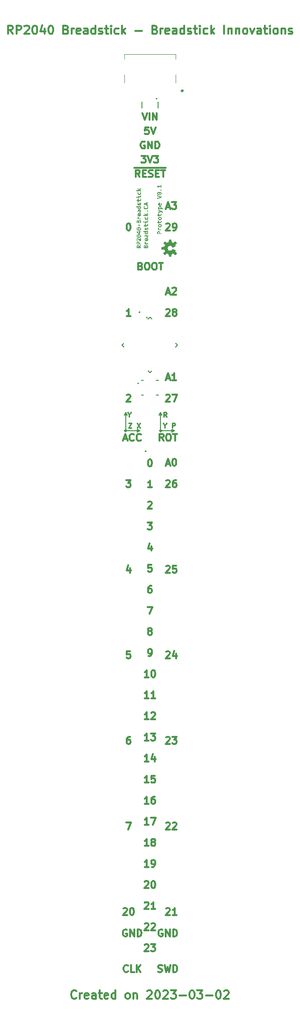
<source format=gto>
G04 #@! TF.GenerationSoftware,KiCad,Pcbnew,(6.0.6)*
G04 #@! TF.CreationDate,2023-03-02T22:16:17-07:00*
G04 #@! TF.ProjectId,RP2040-Breadstick,52503230-3430-42d4-9272-656164737469,0.1*
G04 #@! TF.SameCoordinates,Original*
G04 #@! TF.FileFunction,Legend,Top*
G04 #@! TF.FilePolarity,Positive*
%FSLAX46Y46*%
G04 Gerber Fmt 4.6, Leading zero omitted, Abs format (unit mm)*
G04 Created by KiCad (PCBNEW (6.0.6)) date 2023-03-02 22:16:17*
%MOMM*%
%LPD*%
G01*
G04 APERTURE LIST*
%ADD10C,0.300000*%
%ADD11C,0.212500*%
%ADD12C,0.329000*%
%ADD13C,0.202000*%
%ADD14C,0.150000*%
%ADD15C,0.127000*%
%ADD16C,0.120000*%
%ADD17C,0.140000*%
%ADD18C,0.010000*%
G04 APERTURE END LIST*
D10*
X85528095Y-147870476D02*
X85290000Y-147870476D01*
X85170952Y-147930000D01*
X85111428Y-147989523D01*
X84992380Y-148168095D01*
X84932857Y-148406190D01*
X84932857Y-148882380D01*
X84992380Y-149001428D01*
X85051904Y-149060952D01*
X85170952Y-149120476D01*
X85409047Y-149120476D01*
X85528095Y-149060952D01*
X85587619Y-149001428D01*
X85647142Y-148882380D01*
X85647142Y-148584761D01*
X85587619Y-148465714D01*
X85528095Y-148406190D01*
X85409047Y-148346666D01*
X85170952Y-148346666D01*
X85051904Y-148406190D01*
X84992380Y-148465714D01*
X84932857Y-148584761D01*
X85230476Y-56430476D02*
X85349523Y-56430476D01*
X85468571Y-56490000D01*
X85528095Y-56549523D01*
X85587619Y-56668571D01*
X85647142Y-56906666D01*
X85647142Y-57204285D01*
X85587619Y-57442380D01*
X85528095Y-57561428D01*
X85468571Y-57620952D01*
X85349523Y-57680476D01*
X85230476Y-57680476D01*
X85111428Y-57620952D01*
X85051904Y-57561428D01*
X84992380Y-57442380D01*
X84932857Y-57204285D01*
X84932857Y-56906666D01*
X84992380Y-56668571D01*
X85051904Y-56549523D01*
X85111428Y-56490000D01*
X85230476Y-56430476D01*
X88861904Y-163523370D02*
X88147619Y-163523370D01*
X88504761Y-163523370D02*
X88504761Y-162273370D01*
X88385714Y-162451941D01*
X88266666Y-162570989D01*
X88147619Y-162630513D01*
X89278571Y-162273370D02*
X90111904Y-162273370D01*
X89576190Y-163523370D01*
X92017142Y-68753333D02*
X92612380Y-68753333D01*
X91898095Y-69110476D02*
X92314761Y-67860476D01*
X92731428Y-69110476D01*
X93088571Y-67979523D02*
X93148095Y-67920000D01*
X93267142Y-67860476D01*
X93564761Y-67860476D01*
X93683809Y-67920000D01*
X93743333Y-67979523D01*
X93802857Y-68098571D01*
X93802857Y-68217619D01*
X93743333Y-68396190D01*
X93029047Y-69110476D01*
X93802857Y-69110476D01*
X84972619Y-182220000D02*
X84853571Y-182160476D01*
X84675000Y-182160476D01*
X84496428Y-182220000D01*
X84377380Y-182339047D01*
X84317857Y-182458095D01*
X84258333Y-182696190D01*
X84258333Y-182874761D01*
X84317857Y-183112857D01*
X84377380Y-183231904D01*
X84496428Y-183350952D01*
X84675000Y-183410476D01*
X84794047Y-183410476D01*
X84972619Y-183350952D01*
X85032142Y-183291428D01*
X85032142Y-182874761D01*
X84794047Y-182874761D01*
X85567857Y-183410476D02*
X85567857Y-182160476D01*
X86282142Y-183410476D01*
X86282142Y-182160476D01*
X86877380Y-183410476D02*
X86877380Y-182160476D01*
X87175000Y-182160476D01*
X87353571Y-182220000D01*
X87472619Y-182339047D01*
X87532142Y-182458095D01*
X87591666Y-182696190D01*
X87591666Y-182874761D01*
X87532142Y-183112857D01*
X87472619Y-183231904D01*
X87353571Y-183350952D01*
X87175000Y-183410476D01*
X86877380Y-183410476D01*
X86272619Y-46552500D02*
X87522619Y-46552500D01*
X87284523Y-48155476D02*
X86867857Y-47560238D01*
X86570238Y-48155476D02*
X86570238Y-46905476D01*
X87046428Y-46905476D01*
X87165476Y-46965000D01*
X87225000Y-47024523D01*
X87284523Y-47143571D01*
X87284523Y-47322142D01*
X87225000Y-47441190D01*
X87165476Y-47500714D01*
X87046428Y-47560238D01*
X86570238Y-47560238D01*
X87522619Y-46552500D02*
X88653571Y-46552500D01*
X87820238Y-47500714D02*
X88236904Y-47500714D01*
X88415476Y-48155476D02*
X87820238Y-48155476D01*
X87820238Y-46905476D01*
X88415476Y-46905476D01*
X88653571Y-46552500D02*
X89844047Y-46552500D01*
X88891666Y-48095952D02*
X89070238Y-48155476D01*
X89367857Y-48155476D01*
X89486904Y-48095952D01*
X89546428Y-48036428D01*
X89605952Y-47917380D01*
X89605952Y-47798333D01*
X89546428Y-47679285D01*
X89486904Y-47619761D01*
X89367857Y-47560238D01*
X89129761Y-47500714D01*
X89010714Y-47441190D01*
X88951190Y-47381666D01*
X88891666Y-47262619D01*
X88891666Y-47143571D01*
X88951190Y-47024523D01*
X89010714Y-46965000D01*
X89129761Y-46905476D01*
X89427380Y-46905476D01*
X89605952Y-46965000D01*
X89844047Y-46552500D02*
X90975000Y-46552500D01*
X90141666Y-47500714D02*
X90558333Y-47500714D01*
X90736904Y-48155476D02*
X90141666Y-48155476D01*
X90141666Y-46905476D01*
X90736904Y-46905476D01*
X90975000Y-46552500D02*
X91927380Y-46552500D01*
X91094047Y-46905476D02*
X91808333Y-46905476D01*
X91451190Y-48155476D02*
X91451190Y-46905476D01*
X90578571Y-189700952D02*
X90757142Y-189760476D01*
X91054761Y-189760476D01*
X91173809Y-189700952D01*
X91233333Y-189641428D01*
X91292857Y-189522380D01*
X91292857Y-189403333D01*
X91233333Y-189284285D01*
X91173809Y-189224761D01*
X91054761Y-189165238D01*
X90816666Y-189105714D01*
X90697619Y-189046190D01*
X90638095Y-188986666D01*
X90578571Y-188867619D01*
X90578571Y-188748571D01*
X90638095Y-188629523D01*
X90697619Y-188570000D01*
X90816666Y-188510476D01*
X91114285Y-188510476D01*
X91292857Y-188570000D01*
X91709523Y-188510476D02*
X92007142Y-189760476D01*
X92245238Y-188867619D01*
X92483333Y-189760476D01*
X92780952Y-188510476D01*
X93257142Y-189760476D02*
X93257142Y-188510476D01*
X93554761Y-188510476D01*
X93733333Y-188570000D01*
X93852380Y-188689047D01*
X93911904Y-188808095D01*
X93971428Y-189046190D01*
X93971428Y-189224761D01*
X93911904Y-189462857D01*
X93852380Y-189581904D01*
X93733333Y-189700952D01*
X93554761Y-189760476D01*
X93257142Y-189760476D01*
D11*
X85417000Y-90495761D02*
X85417000Y-90900523D01*
X85133666Y-90050523D02*
X85417000Y-90495761D01*
X85700333Y-90050523D01*
D10*
X92017142Y-83993333D02*
X92612380Y-83993333D01*
X91898095Y-84350476D02*
X92314761Y-83100476D01*
X92731428Y-84350476D01*
X93802857Y-84350476D02*
X93088571Y-84350476D01*
X93445714Y-84350476D02*
X93445714Y-83100476D01*
X93326666Y-83279047D01*
X93207619Y-83398095D01*
X93088571Y-83457619D01*
X87730952Y-36745476D02*
X88147619Y-37995476D01*
X88564285Y-36745476D01*
X88980952Y-37995476D02*
X88980952Y-36745476D01*
X89576190Y-37995476D02*
X89576190Y-36745476D01*
X90290476Y-37995476D01*
X90290476Y-36745476D01*
D11*
X93068380Y-92805523D02*
X93068380Y-91955523D01*
X93392190Y-91955523D01*
X93473142Y-91996000D01*
X93513619Y-92036476D01*
X93554095Y-92117428D01*
X93554095Y-92238857D01*
X93513619Y-92319809D01*
X93473142Y-92360285D01*
X93392190Y-92400761D01*
X93068380Y-92400761D01*
D10*
X84932857Y-87029523D02*
X84992380Y-86970000D01*
X85111428Y-86910476D01*
X85409047Y-86910476D01*
X85528095Y-86970000D01*
X85587619Y-87029523D01*
X85647142Y-87148571D01*
X85647142Y-87267619D01*
X85587619Y-87446190D01*
X84873333Y-88160476D01*
X85647142Y-88160476D01*
X91957619Y-71789523D02*
X92017142Y-71730000D01*
X92136190Y-71670476D01*
X92433809Y-71670476D01*
X92552857Y-71730000D01*
X92612380Y-71789523D01*
X92671904Y-71908571D01*
X92671904Y-72027619D01*
X92612380Y-72206190D01*
X91898095Y-72920476D01*
X92671904Y-72920476D01*
X93386190Y-72206190D02*
X93267142Y-72146666D01*
X93207619Y-72087142D01*
X93148095Y-71968095D01*
X93148095Y-71908571D01*
X93207619Y-71789523D01*
X93267142Y-71730000D01*
X93386190Y-71670476D01*
X93624285Y-71670476D01*
X93743333Y-71730000D01*
X93802857Y-71789523D01*
X93862380Y-71908571D01*
X93862380Y-71968095D01*
X93802857Y-72087142D01*
X93743333Y-72146666D01*
X93624285Y-72206190D01*
X93386190Y-72206190D01*
X93267142Y-72265714D01*
X93207619Y-72325238D01*
X93148095Y-72444285D01*
X93148095Y-72682380D01*
X93207619Y-72801428D01*
X93267142Y-72860952D01*
X93386190Y-72920476D01*
X93624285Y-72920476D01*
X93743333Y-72860952D01*
X93802857Y-72801428D01*
X93862380Y-72682380D01*
X93862380Y-72444285D01*
X93802857Y-72325238D01*
X93743333Y-72265714D01*
X93624285Y-72206190D01*
X85528095Y-117807142D02*
X85528095Y-118640476D01*
X85230476Y-117330952D02*
X84932857Y-118223809D01*
X85706666Y-118223809D01*
X92017142Y-99233333D02*
X92612380Y-99233333D01*
X91898095Y-99590476D02*
X92314761Y-98340476D01*
X92731428Y-99590476D01*
X93386190Y-98340476D02*
X93505238Y-98340476D01*
X93624285Y-98400000D01*
X93683809Y-98459523D01*
X93743333Y-98578571D01*
X93802857Y-98816666D01*
X93802857Y-99114285D01*
X93743333Y-99352380D01*
X93683809Y-99471428D01*
X93624285Y-99530952D01*
X93505238Y-99590476D01*
X93386190Y-99590476D01*
X93267142Y-99530952D01*
X93207619Y-99471428D01*
X93148095Y-99352380D01*
X93088571Y-99114285D01*
X93088571Y-98816666D01*
X93148095Y-98578571D01*
X93207619Y-98459523D01*
X93267142Y-98400000D01*
X93386190Y-98340476D01*
X84337619Y-178469523D02*
X84397142Y-178410000D01*
X84516190Y-178350476D01*
X84813809Y-178350476D01*
X84932857Y-178410000D01*
X84992380Y-178469523D01*
X85051904Y-178588571D01*
X85051904Y-178707619D01*
X84992380Y-178886190D01*
X84278095Y-179600476D01*
X85051904Y-179600476D01*
X85825714Y-178350476D02*
X85944761Y-178350476D01*
X86063809Y-178410000D01*
X86123333Y-178469523D01*
X86182857Y-178588571D01*
X86242380Y-178826666D01*
X86242380Y-179124285D01*
X86182857Y-179362380D01*
X86123333Y-179481428D01*
X86063809Y-179540952D01*
X85944761Y-179600476D01*
X85825714Y-179600476D01*
X85706666Y-179540952D01*
X85647142Y-179481428D01*
X85587619Y-179362380D01*
X85528095Y-179124285D01*
X85528095Y-178826666D01*
X85587619Y-178588571D01*
X85647142Y-178469523D01*
X85706666Y-178410000D01*
X85825714Y-178350476D01*
X88861904Y-137239896D02*
X88147619Y-137239896D01*
X88504761Y-137239896D02*
X88504761Y-135989896D01*
X88385714Y-136168467D01*
X88266666Y-136287515D01*
X88147619Y-136347039D01*
X89635714Y-135989896D02*
X89754761Y-135989896D01*
X89873809Y-136049420D01*
X89933333Y-136108943D01*
X89992857Y-136227991D01*
X90052380Y-136466086D01*
X90052380Y-136763705D01*
X89992857Y-137001800D01*
X89933333Y-137120848D01*
X89873809Y-137180372D01*
X89754761Y-137239896D01*
X89635714Y-137239896D01*
X89516666Y-137180372D01*
X89457142Y-137120848D01*
X89397619Y-137001800D01*
X89338095Y-136763705D01*
X89338095Y-136466086D01*
X89397619Y-136227991D01*
X89457142Y-136108943D01*
X89516666Y-136049420D01*
X89635714Y-135989896D01*
X88147619Y-177411545D02*
X88207142Y-177352022D01*
X88326190Y-177292498D01*
X88623809Y-177292498D01*
X88742857Y-177352022D01*
X88802380Y-177411545D01*
X88861904Y-177530593D01*
X88861904Y-177649641D01*
X88802380Y-177828212D01*
X88088095Y-178542498D01*
X88861904Y-178542498D01*
X90052380Y-178542498D02*
X89338095Y-178542498D01*
X89695238Y-178542498D02*
X89695238Y-177292498D01*
X89576190Y-177471069D01*
X89457142Y-177590117D01*
X89338095Y-177649641D01*
X85587619Y-132630476D02*
X84992380Y-132630476D01*
X84932857Y-133225714D01*
X84992380Y-133166190D01*
X85111428Y-133106666D01*
X85409047Y-133106666D01*
X85528095Y-133166190D01*
X85587619Y-133225714D01*
X85647142Y-133344761D01*
X85647142Y-133642380D01*
X85587619Y-133761428D01*
X85528095Y-133820952D01*
X85409047Y-133880476D01*
X85111428Y-133880476D01*
X84992380Y-133820952D01*
X84932857Y-133761428D01*
X84873333Y-102150476D02*
X85647142Y-102150476D01*
X85230476Y-102626666D01*
X85409047Y-102626666D01*
X85528095Y-102686190D01*
X85587619Y-102745714D01*
X85647142Y-102864761D01*
X85647142Y-103162380D01*
X85587619Y-103281428D01*
X85528095Y-103340952D01*
X85409047Y-103400476D01*
X85051904Y-103400476D01*
X84932857Y-103340952D01*
X84873333Y-103281428D01*
X85647142Y-72920476D02*
X84932857Y-72920476D01*
X85290000Y-72920476D02*
X85290000Y-71670476D01*
X85170952Y-71849047D01*
X85051904Y-71968095D01*
X84932857Y-72027619D01*
X88147619Y-181166327D02*
X88207142Y-181106804D01*
X88326190Y-181047280D01*
X88623809Y-181047280D01*
X88742857Y-181106804D01*
X88802380Y-181166327D01*
X88861904Y-181285375D01*
X88861904Y-181404423D01*
X88802380Y-181582994D01*
X88088095Y-182297280D01*
X88861904Y-182297280D01*
X89338095Y-181166327D02*
X89397619Y-181106804D01*
X89516666Y-181047280D01*
X89814285Y-181047280D01*
X89933333Y-181106804D01*
X89992857Y-181166327D01*
X90052380Y-181285375D01*
X90052380Y-181404423D01*
X89992857Y-181582994D01*
X89278571Y-182297280D01*
X90052380Y-182297280D01*
X88147619Y-41885000D02*
X88028571Y-41825476D01*
X87850000Y-41825476D01*
X87671428Y-41885000D01*
X87552380Y-42004047D01*
X87492857Y-42123095D01*
X87433333Y-42361190D01*
X87433333Y-42539761D01*
X87492857Y-42777857D01*
X87552380Y-42896904D01*
X87671428Y-43015952D01*
X87850000Y-43075476D01*
X87969047Y-43075476D01*
X88147619Y-43015952D01*
X88207142Y-42956428D01*
X88207142Y-42539761D01*
X87969047Y-42539761D01*
X88742857Y-43075476D02*
X88742857Y-41825476D01*
X89457142Y-43075476D01*
X89457142Y-41825476D01*
X90052380Y-43075476D02*
X90052380Y-41825476D01*
X90350000Y-41825476D01*
X90528571Y-41885000D01*
X90647619Y-42004047D01*
X90707142Y-42123095D01*
X90766666Y-42361190D01*
X90766666Y-42539761D01*
X90707142Y-42777857D01*
X90647619Y-42896904D01*
X90528571Y-43015952D01*
X90350000Y-43075476D01*
X90052380Y-43075476D01*
X92017142Y-53513333D02*
X92612380Y-53513333D01*
X91898095Y-53870476D02*
X92314761Y-52620476D01*
X92731428Y-53870476D01*
X93029047Y-52620476D02*
X93802857Y-52620476D01*
X93386190Y-53096666D01*
X93564761Y-53096666D01*
X93683809Y-53156190D01*
X93743333Y-53215714D01*
X93802857Y-53334761D01*
X93802857Y-53632380D01*
X93743333Y-53751428D01*
X93683809Y-53810952D01*
X93564761Y-53870476D01*
X93207619Y-53870476D01*
X93088571Y-53810952D01*
X93029047Y-53751428D01*
X88861904Y-39285476D02*
X88266666Y-39285476D01*
X88207142Y-39880714D01*
X88266666Y-39821190D01*
X88385714Y-39761666D01*
X88683333Y-39761666D01*
X88802380Y-39821190D01*
X88861904Y-39880714D01*
X88921428Y-39999761D01*
X88921428Y-40297380D01*
X88861904Y-40416428D01*
X88802380Y-40475952D01*
X88683333Y-40535476D01*
X88385714Y-40535476D01*
X88266666Y-40475952D01*
X88207142Y-40416428D01*
X89278571Y-39285476D02*
X89695238Y-40535476D01*
X90111904Y-39285476D01*
X88861904Y-152259024D02*
X88147619Y-152259024D01*
X88504761Y-152259024D02*
X88504761Y-151009024D01*
X88385714Y-151187595D01*
X88266666Y-151306643D01*
X88147619Y-151366167D01*
X89933333Y-151425690D02*
X89933333Y-152259024D01*
X89635714Y-150949500D02*
X89338095Y-151842357D01*
X90111904Y-151842357D01*
X88861904Y-156013806D02*
X88147619Y-156013806D01*
X88504761Y-156013806D02*
X88504761Y-154763806D01*
X88385714Y-154942377D01*
X88266666Y-155061425D01*
X88147619Y-155120949D01*
X89992857Y-154763806D02*
X89397619Y-154763806D01*
X89338095Y-155359044D01*
X89397619Y-155299520D01*
X89516666Y-155239996D01*
X89814285Y-155239996D01*
X89933333Y-155299520D01*
X89992857Y-155359044D01*
X90052380Y-155478091D01*
X90052380Y-155775710D01*
X89992857Y-155894758D01*
X89933333Y-155954282D01*
X89814285Y-156013806D01*
X89516666Y-156013806D01*
X89397619Y-155954282D01*
X89338095Y-155894758D01*
X89397619Y-117215986D02*
X88802380Y-117215986D01*
X88742857Y-117811224D01*
X88802380Y-117751700D01*
X88921428Y-117692176D01*
X89219047Y-117692176D01*
X89338095Y-117751700D01*
X89397619Y-117811224D01*
X89457142Y-117930271D01*
X89457142Y-118227890D01*
X89397619Y-118346938D01*
X89338095Y-118406462D01*
X89219047Y-118465986D01*
X88921428Y-118465986D01*
X88802380Y-118406462D01*
X88742857Y-118346938D01*
X88861904Y-140994678D02*
X88147619Y-140994678D01*
X88504761Y-140994678D02*
X88504761Y-139744678D01*
X88385714Y-139923249D01*
X88266666Y-140042297D01*
X88147619Y-140101821D01*
X90052380Y-140994678D02*
X89338095Y-140994678D01*
X89695238Y-140994678D02*
X89695238Y-139744678D01*
X89576190Y-139923249D01*
X89457142Y-140042297D01*
X89338095Y-140101821D01*
X88861904Y-133485114D02*
X89100000Y-133485114D01*
X89219047Y-133425590D01*
X89278571Y-133366066D01*
X89397619Y-133187495D01*
X89457142Y-132949399D01*
X89457142Y-132473209D01*
X89397619Y-132354161D01*
X89338095Y-132294638D01*
X89219047Y-132235114D01*
X88980952Y-132235114D01*
X88861904Y-132294638D01*
X88802380Y-132354161D01*
X88742857Y-132473209D01*
X88742857Y-132770828D01*
X88802380Y-132889876D01*
X88861904Y-132949399D01*
X88980952Y-133008923D01*
X89219047Y-133008923D01*
X89338095Y-132949399D01*
X89397619Y-132889876D01*
X89457142Y-132770828D01*
X88861904Y-148504242D02*
X88147619Y-148504242D01*
X88504761Y-148504242D02*
X88504761Y-147254242D01*
X88385714Y-147432813D01*
X88266666Y-147551861D01*
X88147619Y-147611385D01*
X89278571Y-147254242D02*
X90052380Y-147254242D01*
X89635714Y-147730432D01*
X89814285Y-147730432D01*
X89933333Y-147789956D01*
X89992857Y-147849480D01*
X90052380Y-147968527D01*
X90052380Y-148266146D01*
X89992857Y-148385194D01*
X89933333Y-148444718D01*
X89814285Y-148504242D01*
X89457142Y-148504242D01*
X89338095Y-148444718D01*
X89278571Y-148385194D01*
X75957142Y-194365714D02*
X75885714Y-194437142D01*
X75671428Y-194508571D01*
X75528571Y-194508571D01*
X75314285Y-194437142D01*
X75171428Y-194294285D01*
X75100000Y-194151428D01*
X75028571Y-193865714D01*
X75028571Y-193651428D01*
X75100000Y-193365714D01*
X75171428Y-193222857D01*
X75314285Y-193080000D01*
X75528571Y-193008571D01*
X75671428Y-193008571D01*
X75885714Y-193080000D01*
X75957142Y-193151428D01*
X76600000Y-194508571D02*
X76600000Y-193508571D01*
X76600000Y-193794285D02*
X76671428Y-193651428D01*
X76742857Y-193580000D01*
X76885714Y-193508571D01*
X77028571Y-193508571D01*
X78100000Y-194437142D02*
X77957142Y-194508571D01*
X77671428Y-194508571D01*
X77528571Y-194437142D01*
X77457142Y-194294285D01*
X77457142Y-193722857D01*
X77528571Y-193580000D01*
X77671428Y-193508571D01*
X77957142Y-193508571D01*
X78100000Y-193580000D01*
X78171428Y-193722857D01*
X78171428Y-193865714D01*
X77457142Y-194008571D01*
X79457142Y-194508571D02*
X79457142Y-193722857D01*
X79385714Y-193580000D01*
X79242857Y-193508571D01*
X78957142Y-193508571D01*
X78814285Y-193580000D01*
X79457142Y-194437142D02*
X79314285Y-194508571D01*
X78957142Y-194508571D01*
X78814285Y-194437142D01*
X78742857Y-194294285D01*
X78742857Y-194151428D01*
X78814285Y-194008571D01*
X78957142Y-193937142D01*
X79314285Y-193937142D01*
X79457142Y-193865714D01*
X79957142Y-193508571D02*
X80528571Y-193508571D01*
X80171428Y-193008571D02*
X80171428Y-194294285D01*
X80242857Y-194437142D01*
X80385714Y-194508571D01*
X80528571Y-194508571D01*
X81600000Y-194437142D02*
X81457142Y-194508571D01*
X81171428Y-194508571D01*
X81028571Y-194437142D01*
X80957142Y-194294285D01*
X80957142Y-193722857D01*
X81028571Y-193580000D01*
X81171428Y-193508571D01*
X81457142Y-193508571D01*
X81600000Y-193580000D01*
X81671428Y-193722857D01*
X81671428Y-193865714D01*
X80957142Y-194008571D01*
X82957142Y-194508571D02*
X82957142Y-193008571D01*
X82957142Y-194437142D02*
X82814285Y-194508571D01*
X82528571Y-194508571D01*
X82385714Y-194437142D01*
X82314285Y-194365714D01*
X82242857Y-194222857D01*
X82242857Y-193794285D01*
X82314285Y-193651428D01*
X82385714Y-193580000D01*
X82528571Y-193508571D01*
X82814285Y-193508571D01*
X82957142Y-193580000D01*
X85028571Y-194508571D02*
X84885714Y-194437142D01*
X84814285Y-194365714D01*
X84742857Y-194222857D01*
X84742857Y-193794285D01*
X84814285Y-193651428D01*
X84885714Y-193580000D01*
X85028571Y-193508571D01*
X85242857Y-193508571D01*
X85385714Y-193580000D01*
X85457142Y-193651428D01*
X85528571Y-193794285D01*
X85528571Y-194222857D01*
X85457142Y-194365714D01*
X85385714Y-194437142D01*
X85242857Y-194508571D01*
X85028571Y-194508571D01*
X86171428Y-193508571D02*
X86171428Y-194508571D01*
X86171428Y-193651428D02*
X86242857Y-193580000D01*
X86385714Y-193508571D01*
X86600000Y-193508571D01*
X86742857Y-193580000D01*
X86814285Y-193722857D01*
X86814285Y-194508571D01*
X88600000Y-193151428D02*
X88671428Y-193080000D01*
X88814285Y-193008571D01*
X89171428Y-193008571D01*
X89314285Y-193080000D01*
X89385714Y-193151428D01*
X89457142Y-193294285D01*
X89457142Y-193437142D01*
X89385714Y-193651428D01*
X88528571Y-194508571D01*
X89457142Y-194508571D01*
X90385714Y-193008571D02*
X90528571Y-193008571D01*
X90671428Y-193080000D01*
X90742857Y-193151428D01*
X90814285Y-193294285D01*
X90885714Y-193580000D01*
X90885714Y-193937142D01*
X90814285Y-194222857D01*
X90742857Y-194365714D01*
X90671428Y-194437142D01*
X90528571Y-194508571D01*
X90385714Y-194508571D01*
X90242857Y-194437142D01*
X90171428Y-194365714D01*
X90100000Y-194222857D01*
X90028571Y-193937142D01*
X90028571Y-193580000D01*
X90100000Y-193294285D01*
X90171428Y-193151428D01*
X90242857Y-193080000D01*
X90385714Y-193008571D01*
X91457142Y-193151428D02*
X91528571Y-193080000D01*
X91671428Y-193008571D01*
X92028571Y-193008571D01*
X92171428Y-193080000D01*
X92242857Y-193151428D01*
X92314285Y-193294285D01*
X92314285Y-193437142D01*
X92242857Y-193651428D01*
X91385714Y-194508571D01*
X92314285Y-194508571D01*
X92814285Y-193008571D02*
X93742857Y-193008571D01*
X93242857Y-193580000D01*
X93457142Y-193580000D01*
X93600000Y-193651428D01*
X93671428Y-193722857D01*
X93742857Y-193865714D01*
X93742857Y-194222857D01*
X93671428Y-194365714D01*
X93600000Y-194437142D01*
X93457142Y-194508571D01*
X93028571Y-194508571D01*
X92885714Y-194437142D01*
X92814285Y-194365714D01*
X94385714Y-193937142D02*
X95528571Y-193937142D01*
X96528571Y-193008571D02*
X96671428Y-193008571D01*
X96814285Y-193080000D01*
X96885714Y-193151428D01*
X96957142Y-193294285D01*
X97028571Y-193580000D01*
X97028571Y-193937142D01*
X96957142Y-194222857D01*
X96885714Y-194365714D01*
X96814285Y-194437142D01*
X96671428Y-194508571D01*
X96528571Y-194508571D01*
X96385714Y-194437142D01*
X96314285Y-194365714D01*
X96242857Y-194222857D01*
X96171428Y-193937142D01*
X96171428Y-193580000D01*
X96242857Y-193294285D01*
X96314285Y-193151428D01*
X96385714Y-193080000D01*
X96528571Y-193008571D01*
X97528571Y-193008571D02*
X98457142Y-193008571D01*
X97957142Y-193580000D01*
X98171428Y-193580000D01*
X98314285Y-193651428D01*
X98385714Y-193722857D01*
X98457142Y-193865714D01*
X98457142Y-194222857D01*
X98385714Y-194365714D01*
X98314285Y-194437142D01*
X98171428Y-194508571D01*
X97742857Y-194508571D01*
X97600000Y-194437142D01*
X97528571Y-194365714D01*
X99100000Y-193937142D02*
X100242857Y-193937142D01*
X101242857Y-193008571D02*
X101385714Y-193008571D01*
X101528571Y-193080000D01*
X101600000Y-193151428D01*
X101671428Y-193294285D01*
X101742857Y-193580000D01*
X101742857Y-193937142D01*
X101671428Y-194222857D01*
X101600000Y-194365714D01*
X101528571Y-194437142D01*
X101385714Y-194508571D01*
X101242857Y-194508571D01*
X101100000Y-194437142D01*
X101028571Y-194365714D01*
X100957142Y-194222857D01*
X100885714Y-193937142D01*
X100885714Y-193580000D01*
X100957142Y-193294285D01*
X101028571Y-193151428D01*
X101100000Y-193080000D01*
X101242857Y-193008571D01*
X102314285Y-193151428D02*
X102385714Y-193080000D01*
X102528571Y-193008571D01*
X102885714Y-193008571D01*
X103028571Y-193080000D01*
X103100000Y-193151428D01*
X103171428Y-193294285D01*
X103171428Y-193437142D01*
X103100000Y-193651428D01*
X102242857Y-194508571D01*
X103171428Y-194508571D01*
X88861904Y-159768588D02*
X88147619Y-159768588D01*
X88504761Y-159768588D02*
X88504761Y-158518588D01*
X88385714Y-158697159D01*
X88266666Y-158816207D01*
X88147619Y-158875731D01*
X89933333Y-158518588D02*
X89695238Y-158518588D01*
X89576190Y-158578112D01*
X89516666Y-158637635D01*
X89397619Y-158816207D01*
X89338095Y-159054302D01*
X89338095Y-159530492D01*
X89397619Y-159649540D01*
X89457142Y-159709064D01*
X89576190Y-159768588D01*
X89814285Y-159768588D01*
X89933333Y-159709064D01*
X89992857Y-159649540D01*
X90052380Y-159530492D01*
X90052380Y-159232873D01*
X89992857Y-159113826D01*
X89933333Y-159054302D01*
X89814285Y-158994778D01*
X89576190Y-158994778D01*
X89457142Y-159054302D01*
X89397619Y-159113826D01*
X89338095Y-159232873D01*
X91957619Y-178469523D02*
X92017142Y-178410000D01*
X92136190Y-178350476D01*
X92433809Y-178350476D01*
X92552857Y-178410000D01*
X92612380Y-178469523D01*
X92671904Y-178588571D01*
X92671904Y-178707619D01*
X92612380Y-178886190D01*
X91898095Y-179600476D01*
X92671904Y-179600476D01*
X93862380Y-179600476D02*
X93148095Y-179600476D01*
X93505238Y-179600476D02*
X93505238Y-178350476D01*
X93386190Y-178529047D01*
X93267142Y-178648095D01*
X93148095Y-178707619D01*
X91957619Y-87029523D02*
X92017142Y-86970000D01*
X92136190Y-86910476D01*
X92433809Y-86910476D01*
X92552857Y-86970000D01*
X92612380Y-87029523D01*
X92671904Y-87148571D01*
X92671904Y-87267619D01*
X92612380Y-87446190D01*
X91898095Y-88160476D01*
X92671904Y-88160476D01*
X93088571Y-86910476D02*
X93921904Y-86910476D01*
X93386190Y-88160476D01*
D11*
X91767000Y-92400761D02*
X91767000Y-92805523D01*
X91483666Y-91955523D02*
X91767000Y-92400761D01*
X92050333Y-91955523D01*
D10*
X89338095Y-120970768D02*
X89100000Y-120970768D01*
X88980952Y-121030292D01*
X88921428Y-121089815D01*
X88802380Y-121268387D01*
X88742857Y-121506482D01*
X88742857Y-121982672D01*
X88802380Y-122101720D01*
X88861904Y-122161244D01*
X88980952Y-122220768D01*
X89219047Y-122220768D01*
X89338095Y-122161244D01*
X89397619Y-122101720D01*
X89457142Y-121982672D01*
X89457142Y-121685053D01*
X89397619Y-121566006D01*
X89338095Y-121506482D01*
X89219047Y-121446958D01*
X88980952Y-121446958D01*
X88861904Y-121506482D01*
X88802380Y-121566006D01*
X88742857Y-121685053D01*
D11*
X85260666Y-91955523D02*
X85827333Y-91955523D01*
X85260666Y-92805523D01*
X85827333Y-92805523D01*
D10*
X84873333Y-163110476D02*
X85706666Y-163110476D01*
X85170952Y-164360476D01*
X91530952Y-95145476D02*
X91114285Y-94550238D01*
X90816666Y-95145476D02*
X90816666Y-93895476D01*
X91292857Y-93895476D01*
X91411904Y-93955000D01*
X91471428Y-94014523D01*
X91530952Y-94133571D01*
X91530952Y-94312142D01*
X91471428Y-94431190D01*
X91411904Y-94490714D01*
X91292857Y-94550238D01*
X90816666Y-94550238D01*
X92304761Y-93895476D02*
X92542857Y-93895476D01*
X92661904Y-93955000D01*
X92780952Y-94074047D01*
X92840476Y-94312142D01*
X92840476Y-94728809D01*
X92780952Y-94966904D01*
X92661904Y-95085952D01*
X92542857Y-95145476D01*
X92304761Y-95145476D01*
X92185714Y-95085952D01*
X92066666Y-94966904D01*
X92007142Y-94728809D01*
X92007142Y-94312142D01*
X92066666Y-94074047D01*
X92185714Y-93955000D01*
X92304761Y-93895476D01*
X93197619Y-93895476D02*
X93911904Y-93895476D01*
X93554761Y-95145476D02*
X93554761Y-93895476D01*
D11*
X92030095Y-90900523D02*
X91746761Y-90495761D01*
X91544380Y-90900523D02*
X91544380Y-90050523D01*
X91868190Y-90050523D01*
X91949142Y-90091000D01*
X91989619Y-90131476D01*
X92030095Y-90212428D01*
X92030095Y-90333857D01*
X91989619Y-90414809D01*
X91949142Y-90455285D01*
X91868190Y-90495761D01*
X91544380Y-90495761D01*
D10*
X91957619Y-117509523D02*
X92017142Y-117450000D01*
X92136190Y-117390476D01*
X92433809Y-117390476D01*
X92552857Y-117450000D01*
X92612380Y-117509523D01*
X92671904Y-117628571D01*
X92671904Y-117747619D01*
X92612380Y-117926190D01*
X91898095Y-118640476D01*
X92671904Y-118640476D01*
X93802857Y-117390476D02*
X93207619Y-117390476D01*
X93148095Y-117985714D01*
X93207619Y-117926190D01*
X93326666Y-117866666D01*
X93624285Y-117866666D01*
X93743333Y-117926190D01*
X93802857Y-117985714D01*
X93862380Y-118104761D01*
X93862380Y-118402380D01*
X93802857Y-118521428D01*
X93743333Y-118580952D01*
X93624285Y-118640476D01*
X93326666Y-118640476D01*
X93207619Y-118580952D01*
X93148095Y-118521428D01*
X89338095Y-113877870D02*
X89338095Y-114711204D01*
X89040476Y-113401680D02*
X88742857Y-114294537D01*
X89516666Y-114294537D01*
X85180952Y-189641428D02*
X85121428Y-189700952D01*
X84942857Y-189760476D01*
X84823809Y-189760476D01*
X84645238Y-189700952D01*
X84526190Y-189581904D01*
X84466666Y-189462857D01*
X84407142Y-189224761D01*
X84407142Y-189046190D01*
X84466666Y-188808095D01*
X84526190Y-188689047D01*
X84645238Y-188570000D01*
X84823809Y-188510476D01*
X84942857Y-188510476D01*
X85121428Y-188570000D01*
X85180952Y-188629523D01*
X86311904Y-189760476D02*
X85716666Y-189760476D01*
X85716666Y-188510476D01*
X86728571Y-189760476D02*
X86728571Y-188510476D01*
X87442857Y-189760476D02*
X86907142Y-189046190D01*
X87442857Y-188510476D02*
X86728571Y-189224761D01*
X88683333Y-109706422D02*
X89457142Y-109706422D01*
X89040476Y-110182612D01*
X89219047Y-110182612D01*
X89338095Y-110242136D01*
X89397619Y-110301660D01*
X89457142Y-110420707D01*
X89457142Y-110718326D01*
X89397619Y-110837374D01*
X89338095Y-110896898D01*
X89219047Y-110956422D01*
X88861904Y-110956422D01*
X88742857Y-110896898D01*
X88683333Y-110837374D01*
X91957619Y-147989523D02*
X92017142Y-147930000D01*
X92136190Y-147870476D01*
X92433809Y-147870476D01*
X92552857Y-147930000D01*
X92612380Y-147989523D01*
X92671904Y-148108571D01*
X92671904Y-148227619D01*
X92612380Y-148406190D01*
X91898095Y-149120476D01*
X92671904Y-149120476D01*
X93088571Y-147870476D02*
X93862380Y-147870476D01*
X93445714Y-148346666D01*
X93624285Y-148346666D01*
X93743333Y-148406190D01*
X93802857Y-148465714D01*
X93862380Y-148584761D01*
X93862380Y-148882380D01*
X93802857Y-149001428D01*
X93743333Y-149060952D01*
X93624285Y-149120476D01*
X93267142Y-149120476D01*
X93148095Y-149060952D01*
X93088571Y-149001428D01*
X89457142Y-103446858D02*
X88742857Y-103446858D01*
X89100000Y-103446858D02*
X89100000Y-102196858D01*
X88980952Y-102375429D01*
X88861904Y-102494477D01*
X88742857Y-102554001D01*
X84377380Y-94788333D02*
X84972619Y-94788333D01*
X84258333Y-95145476D02*
X84675000Y-93895476D01*
X85091666Y-95145476D01*
X86222619Y-95026428D02*
X86163095Y-95085952D01*
X85984523Y-95145476D01*
X85865476Y-95145476D01*
X85686904Y-95085952D01*
X85567857Y-94966904D01*
X85508333Y-94847857D01*
X85448809Y-94609761D01*
X85448809Y-94431190D01*
X85508333Y-94193095D01*
X85567857Y-94074047D01*
X85686904Y-93955000D01*
X85865476Y-93895476D01*
X85984523Y-93895476D01*
X86163095Y-93955000D01*
X86222619Y-94014523D01*
X87472619Y-95026428D02*
X87413095Y-95085952D01*
X87234523Y-95145476D01*
X87115476Y-95145476D01*
X86936904Y-95085952D01*
X86817857Y-94966904D01*
X86758333Y-94847857D01*
X86698809Y-94609761D01*
X86698809Y-94431190D01*
X86758333Y-94193095D01*
X86817857Y-94074047D01*
X86936904Y-93955000D01*
X87115476Y-93895476D01*
X87234523Y-93895476D01*
X87413095Y-93955000D01*
X87472619Y-94014523D01*
X88980952Y-129016046D02*
X88861904Y-128956522D01*
X88802380Y-128896998D01*
X88742857Y-128777951D01*
X88742857Y-128718427D01*
X88802380Y-128599379D01*
X88861904Y-128539856D01*
X88980952Y-128480332D01*
X89219047Y-128480332D01*
X89338095Y-128539856D01*
X89397619Y-128599379D01*
X89457142Y-128718427D01*
X89457142Y-128777951D01*
X89397619Y-128896998D01*
X89338095Y-128956522D01*
X89219047Y-129016046D01*
X88980952Y-129016046D01*
X88861904Y-129075570D01*
X88802380Y-129135094D01*
X88742857Y-129254141D01*
X88742857Y-129492236D01*
X88802380Y-129611284D01*
X88861904Y-129670808D01*
X88980952Y-129730332D01*
X89219047Y-129730332D01*
X89338095Y-129670808D01*
X89397619Y-129611284D01*
X89457142Y-129492236D01*
X89457142Y-129254141D01*
X89397619Y-129135094D01*
X89338095Y-129075570D01*
X89219047Y-129016046D01*
D11*
X86784666Y-91955523D02*
X87351333Y-92805523D01*
X87351333Y-91955523D02*
X86784666Y-92805523D01*
D10*
X88742857Y-106070687D02*
X88802380Y-106011164D01*
X88921428Y-105951640D01*
X89219047Y-105951640D01*
X89338095Y-106011164D01*
X89397619Y-106070687D01*
X89457142Y-106189735D01*
X89457142Y-106308783D01*
X89397619Y-106487354D01*
X88683333Y-107201640D01*
X89457142Y-107201640D01*
X88147619Y-184921123D02*
X88207142Y-184861600D01*
X88326190Y-184802076D01*
X88623809Y-184802076D01*
X88742857Y-184861600D01*
X88802380Y-184921123D01*
X88861904Y-185040171D01*
X88861904Y-185159219D01*
X88802380Y-185337790D01*
X88088095Y-186052076D01*
X88861904Y-186052076D01*
X89278571Y-184802076D02*
X90052380Y-184802076D01*
X89635714Y-185278266D01*
X89814285Y-185278266D01*
X89933333Y-185337790D01*
X89992857Y-185397314D01*
X90052380Y-185516361D01*
X90052380Y-185813980D01*
X89992857Y-185933028D01*
X89933333Y-185992552D01*
X89814285Y-186052076D01*
X89457142Y-186052076D01*
X89338095Y-185992552D01*
X89278571Y-185933028D01*
X64635714Y-22678571D02*
X64135714Y-21964285D01*
X63778571Y-22678571D02*
X63778571Y-21178571D01*
X64349999Y-21178571D01*
X64492857Y-21250000D01*
X64564285Y-21321428D01*
X64635714Y-21464285D01*
X64635714Y-21678571D01*
X64564285Y-21821428D01*
X64492857Y-21892857D01*
X64349999Y-21964285D01*
X63778571Y-21964285D01*
X65278571Y-22678571D02*
X65278571Y-21178571D01*
X65849999Y-21178571D01*
X65992857Y-21250000D01*
X66064285Y-21321428D01*
X66135714Y-21464285D01*
X66135714Y-21678571D01*
X66064285Y-21821428D01*
X65992857Y-21892857D01*
X65849999Y-21964285D01*
X65278571Y-21964285D01*
X66707142Y-21321428D02*
X66778571Y-21250000D01*
X66921428Y-21178571D01*
X67278571Y-21178571D01*
X67421428Y-21250000D01*
X67492857Y-21321428D01*
X67564285Y-21464285D01*
X67564285Y-21607142D01*
X67492857Y-21821428D01*
X66635714Y-22678571D01*
X67564285Y-22678571D01*
X68492857Y-21178571D02*
X68635714Y-21178571D01*
X68778571Y-21250000D01*
X68850000Y-21321428D01*
X68921428Y-21464285D01*
X68992857Y-21750000D01*
X68992857Y-22107142D01*
X68921428Y-22392857D01*
X68850000Y-22535714D01*
X68778571Y-22607142D01*
X68635714Y-22678571D01*
X68492857Y-22678571D01*
X68350000Y-22607142D01*
X68278571Y-22535714D01*
X68207142Y-22392857D01*
X68135714Y-22107142D01*
X68135714Y-21750000D01*
X68207142Y-21464285D01*
X68278571Y-21321428D01*
X68350000Y-21250000D01*
X68492857Y-21178571D01*
X70278571Y-21678571D02*
X70278571Y-22678571D01*
X69921428Y-21107142D02*
X69564285Y-22178571D01*
X70492857Y-22178571D01*
X71350000Y-21178571D02*
X71492857Y-21178571D01*
X71635714Y-21250000D01*
X71707142Y-21321428D01*
X71778571Y-21464285D01*
X71850000Y-21750000D01*
X71850000Y-22107142D01*
X71778571Y-22392857D01*
X71707142Y-22535714D01*
X71635714Y-22607142D01*
X71492857Y-22678571D01*
X71350000Y-22678571D01*
X71207142Y-22607142D01*
X71135714Y-22535714D01*
X71064285Y-22392857D01*
X70992857Y-22107142D01*
X70992857Y-21750000D01*
X71064285Y-21464285D01*
X71135714Y-21321428D01*
X71207142Y-21250000D01*
X71350000Y-21178571D01*
X74135714Y-21892857D02*
X74350000Y-21964285D01*
X74421428Y-22035714D01*
X74492857Y-22178571D01*
X74492857Y-22392857D01*
X74421428Y-22535714D01*
X74350000Y-22607142D01*
X74207142Y-22678571D01*
X73635714Y-22678571D01*
X73635714Y-21178571D01*
X74135714Y-21178571D01*
X74278571Y-21250000D01*
X74350000Y-21321428D01*
X74421428Y-21464285D01*
X74421428Y-21607142D01*
X74350000Y-21750000D01*
X74278571Y-21821428D01*
X74135714Y-21892857D01*
X73635714Y-21892857D01*
X75135714Y-22678571D02*
X75135714Y-21678571D01*
X75135714Y-21964285D02*
X75207142Y-21821428D01*
X75278571Y-21750000D01*
X75421428Y-21678571D01*
X75564285Y-21678571D01*
X76635714Y-22607142D02*
X76492857Y-22678571D01*
X76207142Y-22678571D01*
X76064285Y-22607142D01*
X75992857Y-22464285D01*
X75992857Y-21892857D01*
X76064285Y-21750000D01*
X76207142Y-21678571D01*
X76492857Y-21678571D01*
X76635714Y-21750000D01*
X76707142Y-21892857D01*
X76707142Y-22035714D01*
X75992857Y-22178571D01*
X77992857Y-22678571D02*
X77992857Y-21892857D01*
X77921428Y-21750000D01*
X77778571Y-21678571D01*
X77492857Y-21678571D01*
X77350000Y-21750000D01*
X77992857Y-22607142D02*
X77850000Y-22678571D01*
X77492857Y-22678571D01*
X77350000Y-22607142D01*
X77278571Y-22464285D01*
X77278571Y-22321428D01*
X77350000Y-22178571D01*
X77492857Y-22107142D01*
X77850000Y-22107142D01*
X77992857Y-22035714D01*
X79350000Y-22678571D02*
X79350000Y-21178571D01*
X79350000Y-22607142D02*
X79207142Y-22678571D01*
X78921428Y-22678571D01*
X78778571Y-22607142D01*
X78707142Y-22535714D01*
X78635714Y-22392857D01*
X78635714Y-21964285D01*
X78707142Y-21821428D01*
X78778571Y-21750000D01*
X78921428Y-21678571D01*
X79207142Y-21678571D01*
X79350000Y-21750000D01*
X79992857Y-22607142D02*
X80135714Y-22678571D01*
X80421428Y-22678571D01*
X80564285Y-22607142D01*
X80635714Y-22464285D01*
X80635714Y-22392857D01*
X80564285Y-22250000D01*
X80421428Y-22178571D01*
X80207142Y-22178571D01*
X80064285Y-22107142D01*
X79992857Y-21964285D01*
X79992857Y-21892857D01*
X80064285Y-21750000D01*
X80207142Y-21678571D01*
X80421428Y-21678571D01*
X80564285Y-21750000D01*
X81064285Y-21678571D02*
X81635714Y-21678571D01*
X81278571Y-21178571D02*
X81278571Y-22464285D01*
X81350000Y-22607142D01*
X81492857Y-22678571D01*
X81635714Y-22678571D01*
X82135714Y-22678571D02*
X82135714Y-21678571D01*
X82135714Y-21178571D02*
X82064285Y-21250000D01*
X82135714Y-21321428D01*
X82207142Y-21250000D01*
X82135714Y-21178571D01*
X82135714Y-21321428D01*
X83492857Y-22607142D02*
X83350000Y-22678571D01*
X83064285Y-22678571D01*
X82921428Y-22607142D01*
X82850000Y-22535714D01*
X82778571Y-22392857D01*
X82778571Y-21964285D01*
X82850000Y-21821428D01*
X82921428Y-21750000D01*
X83064285Y-21678571D01*
X83350000Y-21678571D01*
X83492857Y-21750000D01*
X84135714Y-22678571D02*
X84135714Y-21178571D01*
X84278571Y-22107142D02*
X84707142Y-22678571D01*
X84707142Y-21678571D02*
X84135714Y-22250000D01*
X86492857Y-22107142D02*
X87635714Y-22107142D01*
X89992857Y-21892857D02*
X90207142Y-21964285D01*
X90278571Y-22035714D01*
X90349999Y-22178571D01*
X90349999Y-22392857D01*
X90278571Y-22535714D01*
X90207142Y-22607142D01*
X90064285Y-22678571D01*
X89492857Y-22678571D01*
X89492857Y-21178571D01*
X89992857Y-21178571D01*
X90135714Y-21250000D01*
X90207142Y-21321428D01*
X90278571Y-21464285D01*
X90278571Y-21607142D01*
X90207142Y-21750000D01*
X90135714Y-21821428D01*
X89992857Y-21892857D01*
X89492857Y-21892857D01*
X90992857Y-22678571D02*
X90992857Y-21678571D01*
X90992857Y-21964285D02*
X91064285Y-21821428D01*
X91135714Y-21750000D01*
X91278571Y-21678571D01*
X91421428Y-21678571D01*
X92492857Y-22607142D02*
X92350000Y-22678571D01*
X92064285Y-22678571D01*
X91921428Y-22607142D01*
X91850000Y-22464285D01*
X91850000Y-21892857D01*
X91921428Y-21750000D01*
X92064285Y-21678571D01*
X92350000Y-21678571D01*
X92492857Y-21750000D01*
X92564285Y-21892857D01*
X92564285Y-22035714D01*
X91850000Y-22178571D01*
X93850000Y-22678571D02*
X93850000Y-21892857D01*
X93778571Y-21750000D01*
X93635714Y-21678571D01*
X93350000Y-21678571D01*
X93207142Y-21750000D01*
X93850000Y-22607142D02*
X93707142Y-22678571D01*
X93350000Y-22678571D01*
X93207142Y-22607142D01*
X93135714Y-22464285D01*
X93135714Y-22321428D01*
X93207142Y-22178571D01*
X93350000Y-22107142D01*
X93707142Y-22107142D01*
X93850000Y-22035714D01*
X95207142Y-22678571D02*
X95207142Y-21178571D01*
X95207142Y-22607142D02*
X95064285Y-22678571D01*
X94778571Y-22678571D01*
X94635714Y-22607142D01*
X94564285Y-22535714D01*
X94492857Y-22392857D01*
X94492857Y-21964285D01*
X94564285Y-21821428D01*
X94635714Y-21750000D01*
X94778571Y-21678571D01*
X95064285Y-21678571D01*
X95207142Y-21750000D01*
X95850000Y-22607142D02*
X95992857Y-22678571D01*
X96278571Y-22678571D01*
X96421428Y-22607142D01*
X96492857Y-22464285D01*
X96492857Y-22392857D01*
X96421428Y-22250000D01*
X96278571Y-22178571D01*
X96064285Y-22178571D01*
X95921428Y-22107142D01*
X95850000Y-21964285D01*
X95850000Y-21892857D01*
X95921428Y-21750000D01*
X96064285Y-21678571D01*
X96278571Y-21678571D01*
X96421428Y-21750000D01*
X96921428Y-21678571D02*
X97492857Y-21678571D01*
X97135714Y-21178571D02*
X97135714Y-22464285D01*
X97207142Y-22607142D01*
X97350000Y-22678571D01*
X97492857Y-22678571D01*
X97992857Y-22678571D02*
X97992857Y-21678571D01*
X97992857Y-21178571D02*
X97921428Y-21250000D01*
X97992857Y-21321428D01*
X98064285Y-21250000D01*
X97992857Y-21178571D01*
X97992857Y-21321428D01*
X99350000Y-22607142D02*
X99207142Y-22678571D01*
X98921428Y-22678571D01*
X98778571Y-22607142D01*
X98707142Y-22535714D01*
X98635714Y-22392857D01*
X98635714Y-21964285D01*
X98707142Y-21821428D01*
X98778571Y-21750000D01*
X98921428Y-21678571D01*
X99207142Y-21678571D01*
X99350000Y-21750000D01*
X99992857Y-22678571D02*
X99992857Y-21178571D01*
X100135714Y-22107142D02*
X100564285Y-22678571D01*
X100564285Y-21678571D02*
X99992857Y-22250000D01*
X102350000Y-22678571D02*
X102350000Y-21178571D01*
X103064285Y-21678571D02*
X103064285Y-22678571D01*
X103064285Y-21821428D02*
X103135714Y-21750000D01*
X103278571Y-21678571D01*
X103492857Y-21678571D01*
X103635714Y-21750000D01*
X103707142Y-21892857D01*
X103707142Y-22678571D01*
X104421428Y-21678571D02*
X104421428Y-22678571D01*
X104421428Y-21821428D02*
X104492857Y-21750000D01*
X104635714Y-21678571D01*
X104850000Y-21678571D01*
X104992857Y-21750000D01*
X105064285Y-21892857D01*
X105064285Y-22678571D01*
X105992857Y-22678571D02*
X105850000Y-22607142D01*
X105778571Y-22535714D01*
X105707142Y-22392857D01*
X105707142Y-21964285D01*
X105778571Y-21821428D01*
X105850000Y-21750000D01*
X105992857Y-21678571D01*
X106207142Y-21678571D01*
X106350000Y-21750000D01*
X106421428Y-21821428D01*
X106492857Y-21964285D01*
X106492857Y-22392857D01*
X106421428Y-22535714D01*
X106350000Y-22607142D01*
X106207142Y-22678571D01*
X105992857Y-22678571D01*
X106992857Y-21678571D02*
X107350000Y-22678571D01*
X107707142Y-21678571D01*
X108921428Y-22678571D02*
X108921428Y-21892857D01*
X108850000Y-21750000D01*
X108707142Y-21678571D01*
X108421428Y-21678571D01*
X108278571Y-21750000D01*
X108921428Y-22607142D02*
X108778571Y-22678571D01*
X108421428Y-22678571D01*
X108278571Y-22607142D01*
X108207142Y-22464285D01*
X108207142Y-22321428D01*
X108278571Y-22178571D01*
X108421428Y-22107142D01*
X108778571Y-22107142D01*
X108921428Y-22035714D01*
X109421428Y-21678571D02*
X109992857Y-21678571D01*
X109635714Y-21178571D02*
X109635714Y-22464285D01*
X109707142Y-22607142D01*
X109850000Y-22678571D01*
X109992857Y-22678571D01*
X110492857Y-22678571D02*
X110492857Y-21678571D01*
X110492857Y-21178571D02*
X110421428Y-21250000D01*
X110492857Y-21321428D01*
X110564285Y-21250000D01*
X110492857Y-21178571D01*
X110492857Y-21321428D01*
X111421428Y-22678571D02*
X111278571Y-22607142D01*
X111207142Y-22535714D01*
X111135714Y-22392857D01*
X111135714Y-21964285D01*
X111207142Y-21821428D01*
X111278571Y-21750000D01*
X111421428Y-21678571D01*
X111635714Y-21678571D01*
X111778571Y-21750000D01*
X111850000Y-21821428D01*
X111921428Y-21964285D01*
X111921428Y-22392857D01*
X111850000Y-22535714D01*
X111778571Y-22607142D01*
X111635714Y-22678571D01*
X111421428Y-22678571D01*
X112564285Y-21678571D02*
X112564285Y-22678571D01*
X112564285Y-21821428D02*
X112635714Y-21750000D01*
X112778571Y-21678571D01*
X112992857Y-21678571D01*
X113135714Y-21750000D01*
X113207142Y-21892857D01*
X113207142Y-22678571D01*
X113850000Y-22607142D02*
X113992857Y-22678571D01*
X114278571Y-22678571D01*
X114421428Y-22607142D01*
X114492857Y-22464285D01*
X114492857Y-22392857D01*
X114421428Y-22250000D01*
X114278571Y-22178571D01*
X114064285Y-22178571D01*
X113921428Y-22107142D01*
X113850000Y-21964285D01*
X113850000Y-21892857D01*
X113921428Y-21750000D01*
X114064285Y-21678571D01*
X114278571Y-21678571D01*
X114421428Y-21750000D01*
X88147619Y-173656763D02*
X88207142Y-173597240D01*
X88326190Y-173537716D01*
X88623809Y-173537716D01*
X88742857Y-173597240D01*
X88802380Y-173656763D01*
X88861904Y-173775811D01*
X88861904Y-173894859D01*
X88802380Y-174073430D01*
X88088095Y-174787716D01*
X88861904Y-174787716D01*
X89635714Y-173537716D02*
X89754761Y-173537716D01*
X89873809Y-173597240D01*
X89933333Y-173656763D01*
X89992857Y-173775811D01*
X90052380Y-174013906D01*
X90052380Y-174311525D01*
X89992857Y-174549620D01*
X89933333Y-174668668D01*
X89873809Y-174728192D01*
X89754761Y-174787716D01*
X89635714Y-174787716D01*
X89516666Y-174728192D01*
X89457142Y-174668668D01*
X89397619Y-174549620D01*
X89338095Y-174311525D01*
X89338095Y-174013906D01*
X89397619Y-173775811D01*
X89457142Y-173656763D01*
X89516666Y-173597240D01*
X89635714Y-173537716D01*
X88683333Y-124725550D02*
X89516666Y-124725550D01*
X88980952Y-125975550D01*
X87403571Y-64010714D02*
X87582142Y-64070238D01*
X87641666Y-64129761D01*
X87701190Y-64248809D01*
X87701190Y-64427380D01*
X87641666Y-64546428D01*
X87582142Y-64605952D01*
X87463095Y-64665476D01*
X86986904Y-64665476D01*
X86986904Y-63415476D01*
X87403571Y-63415476D01*
X87522619Y-63475000D01*
X87582142Y-63534523D01*
X87641666Y-63653571D01*
X87641666Y-63772619D01*
X87582142Y-63891666D01*
X87522619Y-63951190D01*
X87403571Y-64010714D01*
X86986904Y-64010714D01*
X88475000Y-63415476D02*
X88713095Y-63415476D01*
X88832142Y-63475000D01*
X88951190Y-63594047D01*
X89010714Y-63832142D01*
X89010714Y-64248809D01*
X88951190Y-64486904D01*
X88832142Y-64605952D01*
X88713095Y-64665476D01*
X88475000Y-64665476D01*
X88355952Y-64605952D01*
X88236904Y-64486904D01*
X88177380Y-64248809D01*
X88177380Y-63832142D01*
X88236904Y-63594047D01*
X88355952Y-63475000D01*
X88475000Y-63415476D01*
X89784523Y-63415476D02*
X90022619Y-63415476D01*
X90141666Y-63475000D01*
X90260714Y-63594047D01*
X90320238Y-63832142D01*
X90320238Y-64248809D01*
X90260714Y-64486904D01*
X90141666Y-64605952D01*
X90022619Y-64665476D01*
X89784523Y-64665476D01*
X89665476Y-64605952D01*
X89546428Y-64486904D01*
X89486904Y-64248809D01*
X89486904Y-63832142D01*
X89546428Y-63594047D01*
X89665476Y-63475000D01*
X89784523Y-63415476D01*
X90677380Y-63415476D02*
X91391666Y-63415476D01*
X91034523Y-64665476D02*
X91034523Y-63415476D01*
X91957619Y-132749523D02*
X92017142Y-132690000D01*
X92136190Y-132630476D01*
X92433809Y-132630476D01*
X92552857Y-132690000D01*
X92612380Y-132749523D01*
X92671904Y-132868571D01*
X92671904Y-132987619D01*
X92612380Y-133166190D01*
X91898095Y-133880476D01*
X92671904Y-133880476D01*
X93743333Y-133047142D02*
X93743333Y-133880476D01*
X93445714Y-132570952D02*
X93148095Y-133463809D01*
X93921904Y-133463809D01*
X88861904Y-167278152D02*
X88147619Y-167278152D01*
X88504761Y-167278152D02*
X88504761Y-166028152D01*
X88385714Y-166206723D01*
X88266666Y-166325771D01*
X88147619Y-166385295D01*
X89576190Y-166563866D02*
X89457142Y-166504342D01*
X89397619Y-166444818D01*
X89338095Y-166325771D01*
X89338095Y-166266247D01*
X89397619Y-166147199D01*
X89457142Y-166087676D01*
X89576190Y-166028152D01*
X89814285Y-166028152D01*
X89933333Y-166087676D01*
X89992857Y-166147199D01*
X90052380Y-166266247D01*
X90052380Y-166325771D01*
X89992857Y-166444818D01*
X89933333Y-166504342D01*
X89814285Y-166563866D01*
X89576190Y-166563866D01*
X89457142Y-166623390D01*
X89397619Y-166682914D01*
X89338095Y-166801961D01*
X89338095Y-167040056D01*
X89397619Y-167159104D01*
X89457142Y-167218628D01*
X89576190Y-167278152D01*
X89814285Y-167278152D01*
X89933333Y-167218628D01*
X89992857Y-167159104D01*
X90052380Y-167040056D01*
X90052380Y-166801961D01*
X89992857Y-166682914D01*
X89933333Y-166623390D01*
X89814285Y-166563866D01*
X91957619Y-163229523D02*
X92017142Y-163170000D01*
X92136190Y-163110476D01*
X92433809Y-163110476D01*
X92552857Y-163170000D01*
X92612380Y-163229523D01*
X92671904Y-163348571D01*
X92671904Y-163467619D01*
X92612380Y-163646190D01*
X91898095Y-164360476D01*
X92671904Y-164360476D01*
X93148095Y-163229523D02*
X93207619Y-163170000D01*
X93326666Y-163110476D01*
X93624285Y-163110476D01*
X93743333Y-163170000D01*
X93802857Y-163229523D01*
X93862380Y-163348571D01*
X93862380Y-163467619D01*
X93802857Y-163646190D01*
X93088571Y-164360476D01*
X93862380Y-164360476D01*
X87552380Y-44365476D02*
X88326190Y-44365476D01*
X87909523Y-44841666D01*
X88088095Y-44841666D01*
X88207142Y-44901190D01*
X88266666Y-44960714D01*
X88326190Y-45079761D01*
X88326190Y-45377380D01*
X88266666Y-45496428D01*
X88207142Y-45555952D01*
X88088095Y-45615476D01*
X87730952Y-45615476D01*
X87611904Y-45555952D01*
X87552380Y-45496428D01*
X88683333Y-44365476D02*
X89100000Y-45615476D01*
X89516666Y-44365476D01*
X89814285Y-44365476D02*
X90588095Y-44365476D01*
X90171428Y-44841666D01*
X90350000Y-44841666D01*
X90469047Y-44901190D01*
X90528571Y-44960714D01*
X90588095Y-45079761D01*
X90588095Y-45377380D01*
X90528571Y-45496428D01*
X90469047Y-45555952D01*
X90350000Y-45615476D01*
X89992857Y-45615476D01*
X89873809Y-45555952D01*
X89814285Y-45496428D01*
X91957619Y-102269523D02*
X92017142Y-102210000D01*
X92136190Y-102150476D01*
X92433809Y-102150476D01*
X92552857Y-102210000D01*
X92612380Y-102269523D01*
X92671904Y-102388571D01*
X92671904Y-102507619D01*
X92612380Y-102686190D01*
X91898095Y-103400476D01*
X92671904Y-103400476D01*
X93743333Y-102150476D02*
X93505238Y-102150476D01*
X93386190Y-102210000D01*
X93326666Y-102269523D01*
X93207619Y-102448095D01*
X93148095Y-102686190D01*
X93148095Y-103162380D01*
X93207619Y-103281428D01*
X93267142Y-103340952D01*
X93386190Y-103400476D01*
X93624285Y-103400476D01*
X93743333Y-103340952D01*
X93802857Y-103281428D01*
X93862380Y-103162380D01*
X93862380Y-102864761D01*
X93802857Y-102745714D01*
X93743333Y-102686190D01*
X93624285Y-102626666D01*
X93386190Y-102626666D01*
X93267142Y-102686190D01*
X93207619Y-102745714D01*
X93148095Y-102864761D01*
X89040476Y-98442076D02*
X89159523Y-98442076D01*
X89278571Y-98501600D01*
X89338095Y-98561123D01*
X89397619Y-98680171D01*
X89457142Y-98918266D01*
X89457142Y-99215885D01*
X89397619Y-99453980D01*
X89338095Y-99573028D01*
X89278571Y-99632552D01*
X89159523Y-99692076D01*
X89040476Y-99692076D01*
X88921428Y-99632552D01*
X88861904Y-99573028D01*
X88802380Y-99453980D01*
X88742857Y-99215885D01*
X88742857Y-98918266D01*
X88802380Y-98680171D01*
X88861904Y-98561123D01*
X88921428Y-98501600D01*
X89040476Y-98442076D01*
X91322619Y-182220000D02*
X91203571Y-182160476D01*
X91025000Y-182160476D01*
X90846428Y-182220000D01*
X90727380Y-182339047D01*
X90667857Y-182458095D01*
X90608333Y-182696190D01*
X90608333Y-182874761D01*
X90667857Y-183112857D01*
X90727380Y-183231904D01*
X90846428Y-183350952D01*
X91025000Y-183410476D01*
X91144047Y-183410476D01*
X91322619Y-183350952D01*
X91382142Y-183291428D01*
X91382142Y-182874761D01*
X91144047Y-182874761D01*
X91917857Y-183410476D02*
X91917857Y-182160476D01*
X92632142Y-183410476D01*
X92632142Y-182160476D01*
X93227380Y-183410476D02*
X93227380Y-182160476D01*
X93525000Y-182160476D01*
X93703571Y-182220000D01*
X93822619Y-182339047D01*
X93882142Y-182458095D01*
X93941666Y-182696190D01*
X93941666Y-182874761D01*
X93882142Y-183112857D01*
X93822619Y-183231904D01*
X93703571Y-183350952D01*
X93525000Y-183410476D01*
X93227380Y-183410476D01*
X88861904Y-144749460D02*
X88147619Y-144749460D01*
X88504761Y-144749460D02*
X88504761Y-143499460D01*
X88385714Y-143678031D01*
X88266666Y-143797079D01*
X88147619Y-143856603D01*
X89338095Y-143618507D02*
X89397619Y-143558984D01*
X89516666Y-143499460D01*
X89814285Y-143499460D01*
X89933333Y-143558984D01*
X89992857Y-143618507D01*
X90052380Y-143737555D01*
X90052380Y-143856603D01*
X89992857Y-144035174D01*
X89278571Y-144749460D01*
X90052380Y-144749460D01*
X88861904Y-171032934D02*
X88147619Y-171032934D01*
X88504761Y-171032934D02*
X88504761Y-169782934D01*
X88385714Y-169961505D01*
X88266666Y-170080553D01*
X88147619Y-170140077D01*
X89457142Y-171032934D02*
X89695238Y-171032934D01*
X89814285Y-170973410D01*
X89873809Y-170913886D01*
X89992857Y-170735315D01*
X90052380Y-170497219D01*
X90052380Y-170021029D01*
X89992857Y-169901981D01*
X89933333Y-169842458D01*
X89814285Y-169782934D01*
X89576190Y-169782934D01*
X89457142Y-169842458D01*
X89397619Y-169901981D01*
X89338095Y-170021029D01*
X89338095Y-170318648D01*
X89397619Y-170437696D01*
X89457142Y-170497219D01*
X89576190Y-170556743D01*
X89814285Y-170556743D01*
X89933333Y-170497219D01*
X89992857Y-170437696D01*
X90052380Y-170318648D01*
X91957619Y-56549523D02*
X92017142Y-56490000D01*
X92136190Y-56430476D01*
X92433809Y-56430476D01*
X92552857Y-56490000D01*
X92612380Y-56549523D01*
X92671904Y-56668571D01*
X92671904Y-56787619D01*
X92612380Y-56966190D01*
X91898095Y-57680476D01*
X92671904Y-57680476D01*
X93267142Y-57680476D02*
X93505238Y-57680476D01*
X93624285Y-57620952D01*
X93683809Y-57561428D01*
X93802857Y-57382857D01*
X93862380Y-57144761D01*
X93862380Y-56668571D01*
X93802857Y-56549523D01*
X93743333Y-56490000D01*
X93624285Y-56430476D01*
X93386190Y-56430476D01*
X93267142Y-56490000D01*
X93207619Y-56549523D01*
X93148095Y-56668571D01*
X93148095Y-56966190D01*
X93207619Y-57085238D01*
X93267142Y-57144761D01*
X93386190Y-57204285D01*
X93624285Y-57204285D01*
X93743333Y-57144761D01*
X93802857Y-57085238D01*
X93862380Y-56966190D01*
D12*
X91169500Y-93310000D02*
G75*
G03*
X91169500Y-93310000I-164500J0D01*
G01*
D13*
X87321400Y-72228000D02*
G75*
G03*
X87321400Y-72228000I-101000J0D01*
G01*
X88439000Y-96993000D02*
G75*
G03*
X88439000Y-96993000I-101000J0D01*
G01*
D14*
G36*
X91259000Y-90516000D02*
G01*
X90751000Y-90516000D01*
X91005000Y-90008000D01*
X91259000Y-90516000D01*
G37*
X91259000Y-90516000D02*
X90751000Y-90516000D01*
X91005000Y-90008000D01*
X91259000Y-90516000D01*
X84782000Y-90516000D02*
X84782000Y-93310000D01*
D12*
X84946500Y-93310000D02*
G75*
G03*
X84946500Y-93310000I-164500J0D01*
G01*
D14*
X84782000Y-93310000D02*
X86814000Y-93310000D01*
G36*
X85036000Y-90516000D02*
G01*
X84528000Y-90516000D01*
X84782000Y-90008000D01*
X85036000Y-90516000D01*
G37*
X85036000Y-90516000D02*
X84528000Y-90516000D01*
X84782000Y-90008000D01*
X85036000Y-90516000D01*
D13*
X87101000Y-84928000D02*
G75*
G03*
X87101000Y-84928000I-101000J0D01*
G01*
D14*
X91005000Y-90516000D02*
X91005000Y-93310000D01*
D13*
X88642200Y-73193200D02*
G75*
G03*
X88642200Y-73193200I-101000J0D01*
G01*
D14*
G36*
X87322000Y-93310000D02*
G01*
X86814000Y-93564000D01*
X86814000Y-93056000D01*
X87322000Y-93310000D01*
G37*
X87322000Y-93310000D02*
X86814000Y-93564000D01*
X86814000Y-93056000D01*
X87322000Y-93310000D01*
G36*
X93545000Y-93310000D02*
G01*
X93037000Y-93564000D01*
X93037000Y-93056000D01*
X93545000Y-93310000D01*
G37*
X93545000Y-93310000D02*
X93037000Y-93564000D01*
X93037000Y-93056000D01*
X93545000Y-93310000D01*
X91005000Y-93310000D02*
X93037000Y-93310000D01*
X94840001Y-32565580D02*
X94840001Y-32803676D01*
X94601905Y-32708438D02*
X94840001Y-32803676D01*
X95078096Y-32708438D01*
X94697143Y-32994152D02*
X94840001Y-32803676D01*
X94982858Y-32994152D01*
G36*
X90735125Y-57203265D02*
G01*
X90727505Y-57239460D01*
X90720520Y-57282005D01*
X90716075Y-57323915D01*
X90714805Y-57358205D01*
X90717980Y-57422975D01*
X90730045Y-57487745D01*
X91173275Y-57487745D01*
X91173275Y-57645225D01*
X90615745Y-57645225D01*
X90595107Y-57582201D01*
X90578915Y-57517590D01*
X90568437Y-57446629D01*
X90564945Y-57364555D01*
X90566215Y-57328360D01*
X90570660Y-57278195D01*
X90578280Y-57224220D01*
X90590345Y-57175325D01*
X90735125Y-57203265D01*
G37*
G36*
X91173275Y-50032845D02*
G01*
X91043735Y-50032845D01*
X91043735Y-49867745D01*
X90604315Y-49867745D01*
X90649400Y-49949025D01*
X90680515Y-50026495D01*
X90550975Y-50077295D01*
X90521765Y-50011255D01*
X90482395Y-49940135D01*
X90436675Y-49872825D01*
X90387145Y-49818215D01*
X90387145Y-49711535D01*
X91043735Y-49711535D01*
X91043735Y-49555325D01*
X91173275Y-49555325D01*
X91173275Y-50032845D01*
G37*
G36*
X90959915Y-50835167D02*
G01*
X91030718Y-50856996D01*
X91088185Y-50887555D01*
X91144629Y-50941177D01*
X91178496Y-51008911D01*
X91189785Y-51090755D01*
X91178496Y-51172599D01*
X91144629Y-51240333D01*
X91088185Y-51293955D01*
X91030718Y-51324514D01*
X90959915Y-51346342D01*
X90875777Y-51359439D01*
X90778305Y-51363805D01*
X90681944Y-51359360D01*
X90598600Y-51346025D01*
X90528274Y-51323800D01*
X90470965Y-51292685D01*
X90414521Y-51238639D01*
X90380654Y-51171329D01*
X90369365Y-51090755D01*
X90502715Y-51090755D01*
X90520336Y-51146952D01*
X90573200Y-51188545D01*
X90627316Y-51207595D01*
X90695684Y-51219025D01*
X90778305Y-51222835D01*
X90861631Y-51219025D01*
X90930423Y-51207595D01*
X90984680Y-51188545D01*
X91037544Y-51146952D01*
X91055165Y-51090755D01*
X91037544Y-51033764D01*
X90984680Y-50992330D01*
X90930423Y-50973633D01*
X90861631Y-50962414D01*
X90778305Y-50958675D01*
X90695684Y-50962414D01*
X90627316Y-50973633D01*
X90573200Y-50992330D01*
X90520336Y-51033764D01*
X90502715Y-51090755D01*
X90369365Y-51090755D01*
X90380583Y-51008911D01*
X90414238Y-50941177D01*
X90470330Y-50887555D01*
X90527440Y-50856996D01*
X90597806Y-50835167D01*
X90681428Y-50822071D01*
X90778305Y-50817705D01*
X90875777Y-50822071D01*
X90959915Y-50835167D01*
G37*
G36*
X91002460Y-55274135D02*
G01*
X91056276Y-55298583D01*
X91102155Y-55331285D01*
X91139303Y-55371766D01*
X91166925Y-55419550D01*
X91184070Y-55474001D01*
X91189785Y-55534485D01*
X91184070Y-55594969D01*
X91166925Y-55649420D01*
X91139303Y-55697363D01*
X91102155Y-55738320D01*
X91056276Y-55771499D01*
X91002460Y-55796105D01*
X90941341Y-55811345D01*
X90873555Y-55816425D01*
X90806721Y-55811186D01*
X90745920Y-55795470D01*
X90692262Y-55770388D01*
X90646860Y-55737050D01*
X90610347Y-55695934D01*
X90583360Y-55647515D01*
X90566691Y-55593223D01*
X90561135Y-55534485D01*
X90697025Y-55534485D01*
X90709249Y-55587984D01*
X90745920Y-55626560D01*
X90802594Y-55649896D01*
X90874825Y-55657675D01*
X90947215Y-55650531D01*
X91004365Y-55629100D01*
X91041513Y-55591794D01*
X91053895Y-55537025D01*
X91041513Y-55483526D01*
X91004365Y-55444950D01*
X90947215Y-55421614D01*
X90874825Y-55413835D01*
X90802594Y-55420979D01*
X90745920Y-55442410D01*
X90709249Y-55479716D01*
X90697025Y-55534485D01*
X90561135Y-55534485D01*
X90566691Y-55474954D01*
X90583360Y-55420820D01*
X90610347Y-55372878D01*
X90646860Y-55331920D01*
X90692262Y-55298741D01*
X90745920Y-55274135D01*
X90806721Y-55258895D01*
X90873555Y-55253815D01*
X90941341Y-55258895D01*
X91002460Y-55274135D01*
G37*
G36*
X91179625Y-54712160D02*
G01*
X91187245Y-54809315D01*
X91178355Y-54905835D01*
X91144065Y-54976955D01*
X91072310Y-55021405D01*
X91018811Y-55032835D01*
X90951025Y-55036645D01*
X90705915Y-55036645D01*
X90705915Y-55172535D01*
X90576375Y-55172535D01*
X90576375Y-55036645D01*
X90426515Y-55036645D01*
X90401115Y-54880435D01*
X90576375Y-54880435D01*
X90576375Y-54630245D01*
X90705915Y-54630245D01*
X90705915Y-54880435D01*
X90947215Y-54880435D01*
X91000555Y-54874085D01*
X91032305Y-54856305D01*
X91047545Y-54828365D01*
X91051355Y-54791535D01*
X91050085Y-54751530D01*
X91045640Y-54715970D01*
X91036115Y-54680410D01*
X91019605Y-54640405D01*
X91154225Y-54618815D01*
X91179625Y-54712160D01*
G37*
G36*
X90659401Y-54007469D02*
G01*
X90740840Y-54030170D01*
X90820532Y-54052871D01*
X90898320Y-54076525D01*
X90974361Y-54101449D01*
X91048815Y-54127960D01*
X91121523Y-54156376D01*
X91192325Y-54187015D01*
X91279955Y-54234640D01*
X91340280Y-54286710D01*
X91375205Y-54350210D01*
X91386635Y-54432125D01*
X91380285Y-54503880D01*
X91363775Y-54557855D01*
X91232965Y-54528645D01*
X91248840Y-54483560D01*
X91253285Y-54441015D01*
X91222805Y-54367355D01*
X91150415Y-54322905D01*
X91072310Y-54360158D01*
X90987008Y-54397412D01*
X90894510Y-54434665D01*
X90820572Y-54461970D01*
X90742904Y-54488005D01*
X90661505Y-54512770D01*
X90576375Y-54536265D01*
X90576375Y-54373705D01*
X90676705Y-54347670D01*
X90730045Y-54332589D01*
X90783385Y-54316555D01*
X90836249Y-54299569D01*
X90888160Y-54281630D01*
X90984045Y-54244165D01*
X90888160Y-54217495D01*
X90836407Y-54203843D01*
X90784020Y-54190825D01*
X90731156Y-54178284D01*
X90677975Y-54166060D01*
X90576375Y-54143835D01*
X90576375Y-53983815D01*
X90659401Y-54007469D01*
G37*
G36*
X91179625Y-55982160D02*
G01*
X91187245Y-56079315D01*
X91178355Y-56175835D01*
X91144065Y-56246955D01*
X91072310Y-56291405D01*
X91018811Y-56302835D01*
X90951025Y-56306645D01*
X90705915Y-56306645D01*
X90705915Y-56442535D01*
X90576375Y-56442535D01*
X90576375Y-56306645D01*
X90426515Y-56306645D01*
X90401115Y-56150435D01*
X90576375Y-56150435D01*
X90576375Y-55900245D01*
X90705915Y-55900245D01*
X90705915Y-56150435D01*
X90947215Y-56150435D01*
X91000555Y-56144085D01*
X91032305Y-56126305D01*
X91047545Y-56098365D01*
X91051355Y-56061535D01*
X91050085Y-56021530D01*
X91045640Y-55985970D01*
X91036115Y-55950410D01*
X91019605Y-55910405D01*
X91154225Y-55888815D01*
X91179625Y-55982160D01*
G37*
G36*
X91001190Y-53367865D02*
G01*
X91054848Y-53386597D01*
X91100250Y-53412315D01*
X91164385Y-53485975D01*
X91181530Y-53533917D01*
X91187245Y-53588845D01*
X91179943Y-53649487D01*
X91158035Y-53712035D01*
X91382825Y-53712035D01*
X91382825Y-53868245D01*
X90595425Y-53868245D01*
X90582725Y-53820144D01*
X90572565Y-53762200D01*
X90565897Y-53699811D01*
X90563721Y-53639645D01*
X90697025Y-53639645D01*
X90698930Y-53677745D01*
X90702105Y-53712035D01*
X91029765Y-53712035D01*
X91046275Y-53671395D01*
X91052625Y-53620595D01*
X91041354Y-53572017D01*
X91007540Y-53538045D01*
X90953089Y-53518042D01*
X90879905Y-53511375D01*
X90807039Y-53519312D01*
X90748460Y-53543125D01*
X90709884Y-53583130D01*
X90697025Y-53639645D01*
X90563721Y-53639645D01*
X90563675Y-53638375D01*
X90572988Y-53553285D01*
X90600928Y-53482588D01*
X90647495Y-53426285D01*
X90710007Y-53385363D01*
X90785784Y-53360809D01*
X90874825Y-53352625D01*
X90940706Y-53356435D01*
X91001190Y-53367865D01*
G37*
G36*
X90741475Y-53249755D02*
G01*
X90686706Y-53221815D01*
X90641780Y-53186255D01*
X90606696Y-53144027D01*
X90581455Y-53096085D01*
X90566215Y-53044650D01*
X90561135Y-52991945D01*
X90561407Y-52989405D01*
X90691945Y-52989405D01*
X90702105Y-53042110D01*
X90730045Y-53078940D01*
X90770685Y-53101800D01*
X90817675Y-53112595D01*
X90817675Y-52873835D01*
X90771320Y-52880185D01*
X90731315Y-52900505D01*
X90702740Y-52936065D01*
X90691945Y-52989405D01*
X90561407Y-52989405D01*
X90569813Y-52910947D01*
X90595848Y-52844061D01*
X90639240Y-52791285D01*
X90699283Y-52753185D01*
X90775271Y-52730325D01*
X90867205Y-52722705D01*
X90898955Y-52723340D01*
X90925625Y-52725245D01*
X90925625Y-53112595D01*
X90977854Y-53100530D01*
X91017700Y-53064335D01*
X91042941Y-53009090D01*
X91051355Y-52939875D01*
X91041195Y-52850340D01*
X91020875Y-52778585D01*
X91154225Y-52756995D01*
X91177720Y-52843355D01*
X91187245Y-52946225D01*
X91182324Y-53018456D01*
X91167560Y-53082750D01*
X91143113Y-53138630D01*
X91109140Y-53185620D01*
X91065801Y-53223244D01*
X91013255Y-53251025D01*
X90951343Y-53268170D01*
X90879905Y-53273885D01*
X90805927Y-53267852D01*
X90741475Y-53249755D01*
G37*
G36*
X90467790Y-51440481D02*
G01*
X90557325Y-51460960D01*
X90653686Y-51484772D01*
X90754810Y-51511760D01*
X90824237Y-51531445D01*
X90894510Y-51552400D01*
X90965630Y-51574625D01*
X91036397Y-51597767D01*
X91105612Y-51621474D01*
X91173275Y-51645745D01*
X91173275Y-51807035D01*
X91079930Y-51838467D01*
X90975155Y-51871805D01*
X90901566Y-51894242D01*
X90828117Y-51915832D01*
X90754810Y-51936575D01*
X90682914Y-51956189D01*
X90613699Y-51974393D01*
X90547165Y-51991185D01*
X90458265Y-52012140D01*
X90387145Y-52026745D01*
X90387145Y-51861645D01*
X90453026Y-51852120D01*
X90528750Y-51838785D01*
X90610665Y-51822751D01*
X90695120Y-51805130D01*
X90780210Y-51786080D01*
X90864030Y-51765760D01*
X90942929Y-51744964D01*
X91013255Y-51724485D01*
X90943881Y-51704165D01*
X90865300Y-51683845D01*
X90781480Y-51664160D01*
X90696390Y-51645745D01*
X90611776Y-51628600D01*
X90529385Y-51612725D01*
X90453185Y-51598755D01*
X90387145Y-51587325D01*
X90387145Y-51423495D01*
X90467790Y-51440481D01*
G37*
G36*
X91002460Y-56544135D02*
G01*
X91056276Y-56568583D01*
X91102155Y-56601285D01*
X91139303Y-56641766D01*
X91166925Y-56689550D01*
X91184070Y-56744001D01*
X91189785Y-56804485D01*
X91184070Y-56864969D01*
X91166925Y-56919420D01*
X91139303Y-56967363D01*
X91102155Y-57008320D01*
X91056276Y-57041499D01*
X91002460Y-57066105D01*
X90941341Y-57081345D01*
X90873555Y-57086425D01*
X90806721Y-57081186D01*
X90745920Y-57065470D01*
X90692262Y-57040388D01*
X90646860Y-57007050D01*
X90610347Y-56965934D01*
X90583360Y-56917515D01*
X90566691Y-56863223D01*
X90561135Y-56804485D01*
X90697025Y-56804485D01*
X90709249Y-56857984D01*
X90745920Y-56896560D01*
X90802594Y-56919896D01*
X90874825Y-56927675D01*
X90947215Y-56920531D01*
X91004365Y-56899100D01*
X91041513Y-56861794D01*
X91053895Y-56807025D01*
X91041513Y-56753526D01*
X91004365Y-56714950D01*
X90947215Y-56691614D01*
X90874825Y-56683835D01*
X90802594Y-56690979D01*
X90745920Y-56712410D01*
X90709249Y-56749716D01*
X90697025Y-56804485D01*
X90561135Y-56804485D01*
X90566691Y-56744954D01*
X90583360Y-56690820D01*
X90610347Y-56642878D01*
X90646860Y-56601920D01*
X90692262Y-56568741D01*
X90745920Y-56544135D01*
X90806721Y-56528895D01*
X90873555Y-56523815D01*
X90941341Y-56528895D01*
X91002460Y-56544135D01*
G37*
G36*
X90405631Y-57938877D02*
G01*
X90439850Y-57876365D01*
X90489592Y-57830504D01*
X90556690Y-57802987D01*
X90641145Y-57793815D01*
X90726447Y-57803058D01*
X90794392Y-57830786D01*
X90844980Y-57877000D01*
X90879905Y-57940147D01*
X90900860Y-58018676D01*
X90907845Y-58112585D01*
X90907845Y-58168465D01*
X91173275Y-58168465D01*
X91173275Y-58324675D01*
X90397305Y-58324675D01*
X90388415Y-58273240D01*
X90382700Y-58215455D01*
X90379525Y-58158305D01*
X90378255Y-58108775D01*
X90379572Y-58090995D01*
X90514145Y-58090995D01*
X90514780Y-58129730D01*
X90517955Y-58168465D01*
X90771955Y-58168465D01*
X90771955Y-58104965D01*
X90764494Y-58039243D01*
X90742110Y-57991935D01*
X90701629Y-57963360D01*
X90639875Y-57953835D01*
X90581296Y-57963201D01*
X90542720Y-57991300D01*
X90521289Y-58034956D01*
X90514145Y-58090995D01*
X90379572Y-58090995D01*
X90385099Y-58016347D01*
X90405631Y-57938877D01*
G37*
G36*
X91158035Y-50375745D02*
G01*
X91187245Y-50454485D01*
X91179625Y-50497665D01*
X91157400Y-50533860D01*
X91121840Y-50559260D01*
X91072945Y-50568785D01*
X91025320Y-50559260D01*
X90990395Y-50533860D01*
X90968805Y-50497665D01*
X90961185Y-50454485D01*
X90990395Y-50375745D01*
X91072945Y-50341455D01*
X91158035Y-50375745D01*
G37*
G36*
X90824660Y-51039320D02*
G01*
X90849425Y-51089485D01*
X90824660Y-51141555D01*
X90765605Y-51160605D01*
X90705915Y-51141555D01*
X90680515Y-51089485D01*
X90705915Y-51039320D01*
X90765605Y-51019635D01*
X90824660Y-51039320D01*
G37*
D15*
X90650000Y-86990000D02*
X90250000Y-86990000D01*
X87550000Y-86990000D02*
X87950000Y-86990000D01*
X90650000Y-84390000D02*
X90250000Y-84390000D01*
X87950000Y-84390000D02*
X87550000Y-84390000D01*
D16*
X93697400Y-27148407D02*
X93697400Y-26304800D01*
X84502600Y-29927991D02*
X84502600Y-31351608D01*
X93697400Y-26304800D02*
X84502600Y-26304800D01*
X93697400Y-31351608D02*
X93697400Y-29927991D01*
X84502600Y-26304800D02*
X84502600Y-27148407D01*
D15*
X90564000Y-34746400D02*
X90564000Y-35846400D01*
X87636000Y-35846400D02*
X87636000Y-34746400D01*
D17*
X90370000Y-34196400D02*
G75*
G03*
X90370000Y-34196400I-70000J0D01*
G01*
G36*
X88770435Y-54735655D02*
G01*
X88698680Y-54775660D01*
X88619940Y-54828365D01*
X88546280Y-54884880D01*
X88488495Y-54937585D01*
X88770435Y-54937585D01*
X88770435Y-55095065D01*
X87915725Y-55095065D01*
X87889055Y-54937585D01*
X88409755Y-54937585D01*
X88353240Y-54891230D01*
X88291645Y-54845510D01*
X88230050Y-54802965D01*
X88173535Y-54767405D01*
X88173535Y-54579445D01*
X88237035Y-54631515D01*
X88306885Y-54691840D01*
X88375465Y-54754070D01*
X88436425Y-54810585D01*
X88509450Y-54742005D01*
X88552789Y-54705492D01*
X88597715Y-54669615D01*
X88643435Y-54635484D01*
X88689155Y-54604210D01*
X88770435Y-54556585D01*
X88770435Y-54735655D01*
G37*
G36*
X88776785Y-56573980D02*
G01*
X88784405Y-56671135D01*
X88775515Y-56767655D01*
X88741225Y-56838775D01*
X88669470Y-56883225D01*
X88615971Y-56894655D01*
X88548185Y-56898465D01*
X88303075Y-56898465D01*
X88303075Y-57034355D01*
X88173535Y-57034355D01*
X88173535Y-56898465D01*
X88023675Y-56898465D01*
X87998275Y-56742255D01*
X88173535Y-56742255D01*
X88173535Y-56492065D01*
X88303075Y-56492065D01*
X88303075Y-56742255D01*
X88544375Y-56742255D01*
X88597715Y-56735905D01*
X88629465Y-56718125D01*
X88644705Y-56690185D01*
X88648515Y-56653355D01*
X88647245Y-56613350D01*
X88642800Y-56577790D01*
X88633275Y-56542230D01*
X88616765Y-56502225D01*
X88751385Y-56480635D01*
X88776785Y-56573980D01*
G37*
G36*
X88675185Y-57167705D02*
G01*
X88732335Y-57214060D01*
X88770435Y-57298515D01*
X88780913Y-57356618D01*
X88784405Y-57426785D01*
X88779960Y-57498540D01*
X88766625Y-57558865D01*
X88734875Y-57646495D01*
X88604065Y-57622365D01*
X88637085Y-57527750D01*
X88652325Y-57425515D01*
X88644070Y-57337885D01*
X88610415Y-57307405D01*
X88582475Y-57316930D01*
X88562790Y-57343600D01*
X88546915Y-57382970D01*
X88531675Y-57429325D01*
X88508180Y-57499175D01*
X88474525Y-57563945D01*
X88423090Y-57612205D01*
X88344985Y-57631255D01*
X88273230Y-57616650D01*
X88213540Y-57570930D01*
X88172900Y-57491555D01*
X88161946Y-57438533D01*
X88158295Y-57375985D01*
X88160517Y-57319629D01*
X88167185Y-57267400D01*
X88192585Y-57180405D01*
X88324665Y-57204535D01*
X88303710Y-57271845D01*
X88289105Y-57374715D01*
X88303710Y-57455360D01*
X88334825Y-57476315D01*
X88359590Y-57466790D01*
X88379275Y-57441390D01*
X88396420Y-57404560D01*
X88412295Y-57359475D01*
X88437695Y-57288355D01*
X88472620Y-57221680D01*
X88525960Y-57172785D01*
X88605335Y-57153735D01*
X88675185Y-57167705D01*
G37*
G36*
X88765355Y-57851918D02*
G01*
X88775515Y-57909385D01*
X88782183Y-57970980D01*
X88784405Y-58031305D01*
X88775233Y-58116889D01*
X88747716Y-58187374D01*
X88701855Y-58242760D01*
X88640048Y-58282624D01*
X88564695Y-58306542D01*
X88475795Y-58314515D01*
X88385272Y-58307812D01*
X88308437Y-58287704D01*
X88245290Y-58254190D01*
X88198371Y-58207553D01*
X88170219Y-58148074D01*
X88160835Y-58075755D01*
X88163829Y-58049085D01*
X88295455Y-58049085D01*
X88306567Y-58097345D01*
X88339905Y-58130365D01*
X88394198Y-58149415D01*
X88468175Y-58155765D01*
X88540883Y-58148304D01*
X88598985Y-58125920D01*
X88637085Y-58087026D01*
X88649785Y-58030035D01*
X88648515Y-57994475D01*
X88644705Y-57960185D01*
X88319585Y-57960185D01*
X88302440Y-58000825D01*
X88295455Y-58049085D01*
X88163829Y-58049085D01*
X88167820Y-58013525D01*
X88187505Y-57960185D01*
X87915725Y-57960185D01*
X87889055Y-57803975D01*
X88752655Y-57803975D01*
X88765355Y-57851918D01*
G37*
G36*
X88776150Y-55942790D02*
G01*
X88784405Y-56020895D01*
X88779960Y-56076934D01*
X88766625Y-56123130D01*
X88715190Y-56189170D01*
X88633275Y-56224095D01*
X88581523Y-56231715D01*
X88522785Y-56234255D01*
X88303075Y-56234255D01*
X88303075Y-56399355D01*
X88173535Y-56399355D01*
X88173535Y-56078045D01*
X88543105Y-56078045D01*
X88622480Y-56058360D01*
X88648515Y-55992955D01*
X88642800Y-55940885D01*
X88619305Y-55872305D01*
X88745035Y-55851985D01*
X88776150Y-55942790D01*
G37*
G36*
X88770435Y-53096085D02*
G01*
X88770435Y-53258645D01*
X88679122Y-53236242D01*
X88591111Y-53213738D01*
X88506402Y-53191132D01*
X88424995Y-53168424D01*
X88346890Y-53145615D01*
X88252553Y-53117278D01*
X88160676Y-53089417D01*
X88071260Y-53062033D01*
X87984305Y-53035125D01*
X87984305Y-52953845D01*
X88136705Y-52953845D01*
X88221160Y-52977340D01*
X88299900Y-52997660D01*
X88378005Y-53015440D01*
X88459285Y-53031315D01*
X88459285Y-52877645D01*
X88378005Y-52892885D01*
X88299900Y-52910030D01*
X88221160Y-52930350D01*
X88136705Y-52953845D01*
X87984305Y-52953845D01*
X87984305Y-52864945D01*
X88071975Y-52837045D01*
X88162264Y-52809224D01*
X88255172Y-52781482D01*
X88350700Y-52753820D01*
X88429465Y-52731849D01*
X88510822Y-52710132D01*
X88594769Y-52688669D01*
X88681306Y-52667460D01*
X88770435Y-52646505D01*
X88770435Y-52814145D01*
X88588825Y-52850975D01*
X88588825Y-53060525D01*
X88770435Y-53096085D01*
G37*
G36*
X88755195Y-54142565D02*
G01*
X88784405Y-54221305D01*
X88776785Y-54264485D01*
X88754560Y-54300680D01*
X88719000Y-54326080D01*
X88670105Y-54335605D01*
X88622480Y-54326080D01*
X88587555Y-54300680D01*
X88565965Y-54264485D01*
X88558345Y-54221305D01*
X88587555Y-54142565D01*
X88670105Y-54108275D01*
X88755195Y-54142565D01*
G37*
G36*
X88412295Y-58574865D02*
G01*
X88393245Y-58574865D01*
X88318950Y-58602805D01*
X88296566Y-58640905D01*
X88289105Y-58699325D01*
X88295455Y-58785050D01*
X88310695Y-58851725D01*
X88184965Y-58873315D01*
X88166550Y-58790765D01*
X88160359Y-58736473D01*
X88158295Y-58680275D01*
X88162581Y-58612806D01*
X88175440Y-58557720D01*
X88223700Y-58479615D01*
X88299900Y-58437705D01*
X88400865Y-58425005D01*
X88756465Y-58425005D01*
X88774245Y-58526605D01*
X88781865Y-58598043D01*
X88784405Y-58677735D01*
X88774245Y-58781240D01*
X88740590Y-58860615D01*
X88679630Y-58911415D01*
X88587555Y-58929195D01*
X88499925Y-58908875D01*
X88442775Y-58854265D01*
X88411660Y-58775525D01*
X88402135Y-58682815D01*
X88403538Y-58651065D01*
X88511355Y-58651065D01*
X88514530Y-58698055D01*
X88525325Y-58738060D01*
X88546915Y-58765365D01*
X88583745Y-58775525D01*
X88641530Y-58745045D01*
X88658675Y-58666305D01*
X88658040Y-58616775D01*
X88654865Y-58574865D01*
X88517705Y-58574865D01*
X88513260Y-58611695D01*
X88511355Y-58651065D01*
X88403538Y-58651065D01*
X88404675Y-58625348D01*
X88412295Y-58574865D01*
G37*
G36*
X88074475Y-56113605D02*
G01*
X88101145Y-56183455D01*
X88074475Y-56252670D01*
X88002085Y-56281245D01*
X87928425Y-56252670D01*
X87901755Y-56183455D01*
X87928425Y-56113605D01*
X88002085Y-56084395D01*
X88074475Y-56113605D01*
G37*
G36*
X88338635Y-59556575D02*
G01*
X88283866Y-59528635D01*
X88238940Y-59493075D01*
X88203856Y-59450848D01*
X88178615Y-59402905D01*
X88163375Y-59351470D01*
X88158295Y-59298765D01*
X88158567Y-59296225D01*
X88289105Y-59296225D01*
X88299265Y-59348930D01*
X88327205Y-59385760D01*
X88367845Y-59408620D01*
X88414835Y-59419415D01*
X88414835Y-59180655D01*
X88368480Y-59187005D01*
X88328475Y-59207325D01*
X88299900Y-59242885D01*
X88289105Y-59296225D01*
X88158567Y-59296225D01*
X88166973Y-59217767D01*
X88193008Y-59150881D01*
X88236400Y-59098105D01*
X88296443Y-59060005D01*
X88372431Y-59037145D01*
X88464365Y-59029525D01*
X88496115Y-59030160D01*
X88522785Y-59032065D01*
X88522785Y-59419415D01*
X88575014Y-59407350D01*
X88614860Y-59371155D01*
X88640101Y-59315910D01*
X88648515Y-59246695D01*
X88638355Y-59157160D01*
X88618035Y-59085405D01*
X88751385Y-59063815D01*
X88774880Y-59150175D01*
X88784405Y-59253045D01*
X88779484Y-59325276D01*
X88764720Y-59389570D01*
X88740273Y-59445450D01*
X88706300Y-59492440D01*
X88662961Y-59530064D01*
X88610415Y-59557845D01*
X88548503Y-59574990D01*
X88477065Y-59580705D01*
X88403088Y-59574673D01*
X88338635Y-59556575D01*
G37*
G36*
X88332285Y-59700085D02*
G01*
X88324665Y-59736280D01*
X88317680Y-59778825D01*
X88313235Y-59820735D01*
X88311965Y-59855025D01*
X88315140Y-59919795D01*
X88327205Y-59984565D01*
X88770435Y-59984565D01*
X88770435Y-60142045D01*
X88212905Y-60142045D01*
X88192267Y-60079021D01*
X88176075Y-60014410D01*
X88165597Y-59943449D01*
X88162105Y-59861375D01*
X88163375Y-59825180D01*
X88167820Y-59775015D01*
X88175440Y-59721040D01*
X88187505Y-59672145D01*
X88332285Y-59700085D01*
G37*
G36*
X88776150Y-55298265D02*
G01*
X88782341Y-55349382D01*
X88784405Y-55408755D01*
X88778373Y-55493686D01*
X88760275Y-55565600D01*
X88731700Y-55625131D01*
X88694235Y-55672915D01*
X88648515Y-55709269D01*
X88595175Y-55734510D01*
X88535803Y-55749274D01*
X88471985Y-55754195D01*
X88409120Y-55749115D01*
X88350065Y-55733875D01*
X88296566Y-55708157D01*
X88250370Y-55671645D01*
X88212270Y-55624179D01*
X88183060Y-55565600D01*
X88164486Y-55495274D01*
X88158295Y-55412565D01*
X88165915Y-55316045D01*
X88191315Y-55228415D01*
X88317045Y-55262705D01*
X88301170Y-55319220D01*
X88294185Y-55398595D01*
X88307520Y-55491940D01*
X88344350Y-55552265D01*
X88400865Y-55585285D01*
X88471985Y-55595445D01*
X88545645Y-55583856D01*
X88601525Y-55549090D01*
X88636768Y-55486384D01*
X88648515Y-55390975D01*
X88643435Y-55314140D01*
X88626925Y-55241115D01*
X88755195Y-55218255D01*
X88776150Y-55298265D01*
G37*
G36*
X88651690Y-60318575D02*
G01*
X88727890Y-60383980D01*
X88752338Y-60429065D01*
X88768530Y-60481770D01*
X88777579Y-60540349D01*
X88780595Y-60603055D01*
X88779166Y-60656078D01*
X88774880Y-60711005D01*
X88767736Y-60766568D01*
X88757735Y-60821495D01*
X87994465Y-60821495D01*
X87981130Y-60723705D01*
X87975415Y-60618295D01*
X87976793Y-60594165D01*
X88111305Y-60594165D01*
X88112575Y-60630995D01*
X88116385Y-60665285D01*
X88296725Y-60665285D01*
X88426265Y-60665285D01*
X88639625Y-60665285D01*
X88643435Y-60629090D01*
X88644705Y-60590355D01*
X88640260Y-60538285D01*
X88623750Y-60493200D01*
X88589460Y-60460815D01*
X88532945Y-60448115D01*
X88451030Y-60484310D01*
X88426265Y-60581465D01*
X88426265Y-60665285D01*
X88296725Y-60665285D01*
X88296725Y-60604325D01*
X88270690Y-60514155D01*
X88198935Y-60483675D01*
X88153850Y-60492565D01*
X88127180Y-60516695D01*
X88114480Y-60552255D01*
X88111305Y-60594165D01*
X87976793Y-60594165D01*
X87980019Y-60537650D01*
X87993830Y-60473515D01*
X88042090Y-60385885D01*
X88108765Y-60342705D01*
X88182425Y-60331275D01*
X88235130Y-60338101D01*
X88281485Y-60358580D01*
X88350065Y-60431605D01*
X88384355Y-60364454D01*
X88428805Y-60323020D01*
X88479605Y-60301589D01*
X88532945Y-60294445D01*
X88598191Y-60300478D01*
X88651690Y-60318575D01*
G37*
G36*
X88769800Y-53398980D02*
G01*
X88782659Y-53459781D01*
X88786945Y-53529155D01*
X88775092Y-53631319D01*
X88739532Y-53715986D01*
X88680265Y-53783155D01*
X88621289Y-53821493D01*
X88551043Y-53848877D01*
X88469524Y-53865308D01*
X88376735Y-53870785D01*
X88284342Y-53864117D01*
X88202745Y-53844115D01*
X88132419Y-53812206D01*
X88073840Y-53769820D01*
X88027485Y-53717750D01*
X87993830Y-53656790D01*
X87973351Y-53588369D01*
X87966525Y-53513915D01*
X87973510Y-53438350D01*
X87989385Y-53379295D01*
X88008435Y-53336750D01*
X88023675Y-53310715D01*
X88148135Y-53351355D01*
X88115750Y-53421840D01*
X88102415Y-53516455D01*
X88115750Y-53588210D01*
X88160200Y-53650440D01*
X88243385Y-53694890D01*
X88301805Y-53707749D01*
X88372925Y-53712035D01*
X88455687Y-53706884D01*
X88524478Y-53691433D01*
X88579300Y-53665680D01*
X88633116Y-53604561D01*
X88651055Y-53513915D01*
X88637085Y-53412950D01*
X88609145Y-53348815D01*
X88732335Y-53309445D01*
X88769800Y-53398980D01*
G37*
D15*
X89100000Y-73120253D02*
X89439411Y-73459664D01*
X89100000Y-73120253D02*
X88760589Y-73459664D01*
X84150253Y-78070000D02*
X84489664Y-77730589D01*
X94049747Y-78070000D02*
X93710336Y-77730589D01*
X89100000Y-83019747D02*
X89439411Y-82680336D01*
X84150253Y-78070000D02*
X84489664Y-78409411D01*
X94049747Y-78070000D02*
X93710336Y-78409411D01*
X89100000Y-83019747D02*
X88760589Y-82680336D01*
G36*
X92887140Y-59794700D02*
G01*
X93049700Y-59845500D01*
X93202100Y-59924240D01*
X93578020Y-59616900D01*
X93837100Y-59875980D01*
X93529760Y-60251900D01*
X93608500Y-60404300D01*
X93087800Y-60620200D01*
X93031920Y-60521140D01*
X92955720Y-60439860D01*
X92861740Y-60378900D01*
X92755060Y-60340800D01*
X92645840Y-60330640D01*
X92536620Y-60345880D01*
X92432480Y-60389060D01*
X92341040Y-60452560D01*
X92267380Y-60538920D01*
X92216580Y-60637980D01*
X92191180Y-60747200D01*
X92193720Y-60858960D01*
X92221660Y-60965640D01*
X92272460Y-61064700D01*
X92348660Y-61148520D01*
X92440100Y-61212020D01*
X92546780Y-61252660D01*
X92656000Y-61265360D01*
X92765220Y-61252660D01*
X92866820Y-61214560D01*
X92958260Y-61153600D01*
X93034460Y-61072320D01*
X93087800Y-60975800D01*
X93608500Y-61191700D01*
X93529760Y-61344100D01*
X93837100Y-61720020D01*
X93578020Y-61979100D01*
X93202100Y-61671760D01*
X93049700Y-61750500D01*
X92887140Y-61801300D01*
X92836340Y-62286440D01*
X92475660Y-62286440D01*
X92424860Y-61801300D01*
X92262300Y-61750500D01*
X92109900Y-61671760D01*
X91733980Y-61979100D01*
X91474900Y-61720020D01*
X91782240Y-61344100D01*
X91703500Y-61191700D01*
X91652700Y-61029140D01*
X91167560Y-60978340D01*
X91167560Y-60617660D01*
X91652700Y-60566860D01*
X91703500Y-60404300D01*
X91782240Y-60251900D01*
X91474900Y-59875980D01*
X91733980Y-59616900D01*
X92109900Y-59924240D01*
X92262300Y-59845500D01*
X92424860Y-59794700D01*
X92475660Y-59309560D01*
X92836340Y-59309560D01*
X92887140Y-59794700D01*
G37*
D18*
X92887140Y-59794700D02*
X93049700Y-59845500D01*
X93202100Y-59924240D01*
X93578020Y-59616900D01*
X93837100Y-59875980D01*
X93529760Y-60251900D01*
X93608500Y-60404300D01*
X93087800Y-60620200D01*
X93031920Y-60521140D01*
X92955720Y-60439860D01*
X92861740Y-60378900D01*
X92755060Y-60340800D01*
X92645840Y-60330640D01*
X92536620Y-60345880D01*
X92432480Y-60389060D01*
X92341040Y-60452560D01*
X92267380Y-60538920D01*
X92216580Y-60637980D01*
X92191180Y-60747200D01*
X92193720Y-60858960D01*
X92221660Y-60965640D01*
X92272460Y-61064700D01*
X92348660Y-61148520D01*
X92440100Y-61212020D01*
X92546780Y-61252660D01*
X92656000Y-61265360D01*
X92765220Y-61252660D01*
X92866820Y-61214560D01*
X92958260Y-61153600D01*
X93034460Y-61072320D01*
X93087800Y-60975800D01*
X93608500Y-61191700D01*
X93529760Y-61344100D01*
X93837100Y-61720020D01*
X93578020Y-61979100D01*
X93202100Y-61671760D01*
X93049700Y-61750500D01*
X92887140Y-61801300D01*
X92836340Y-62286440D01*
X92475660Y-62286440D01*
X92424860Y-61801300D01*
X92262300Y-61750500D01*
X92109900Y-61671760D01*
X91733980Y-61979100D01*
X91474900Y-61720020D01*
X91782240Y-61344100D01*
X91703500Y-61191700D01*
X91652700Y-61029140D01*
X91167560Y-60978340D01*
X91167560Y-60617660D01*
X91652700Y-60566860D01*
X91703500Y-60404300D01*
X91782240Y-60251900D01*
X91474900Y-59875980D01*
X91733980Y-59616900D01*
X92109900Y-59924240D01*
X92262300Y-59845500D01*
X92424860Y-59794700D01*
X92475660Y-59309560D01*
X92836340Y-59309560D01*
X92887140Y-59794700D01*
G36*
X86732791Y-59798157D02*
G01*
X86767010Y-59735645D01*
X86816752Y-59689784D01*
X86883850Y-59662267D01*
X86968305Y-59653095D01*
X87053607Y-59662338D01*
X87121552Y-59690066D01*
X87172140Y-59736280D01*
X87207065Y-59799427D01*
X87228020Y-59877956D01*
X87235005Y-59971865D01*
X87235005Y-60027745D01*
X87500435Y-60027745D01*
X87500435Y-60183955D01*
X86724465Y-60183955D01*
X86715575Y-60132520D01*
X86709860Y-60074735D01*
X86706685Y-60017585D01*
X86705415Y-59968055D01*
X86706732Y-59950275D01*
X86841305Y-59950275D01*
X86841940Y-59989010D01*
X86845115Y-60027745D01*
X87099115Y-60027745D01*
X87099115Y-59964245D01*
X87091654Y-59898523D01*
X87069270Y-59851215D01*
X87028789Y-59822640D01*
X86967035Y-59813115D01*
X86908456Y-59822481D01*
X86869880Y-59850580D01*
X86848449Y-59894236D01*
X86841305Y-59950275D01*
X86706732Y-59950275D01*
X86712259Y-59875627D01*
X86732791Y-59798157D01*
G37*
G36*
X87405185Y-52720165D02*
G01*
X87462335Y-52766520D01*
X87500435Y-52850975D01*
X87510913Y-52909077D01*
X87514405Y-52979245D01*
X87509960Y-53051000D01*
X87496625Y-53111325D01*
X87464875Y-53198955D01*
X87334065Y-53174825D01*
X87367085Y-53080210D01*
X87382325Y-52977975D01*
X87374070Y-52890345D01*
X87340415Y-52859865D01*
X87312475Y-52869390D01*
X87292790Y-52896060D01*
X87276915Y-52935430D01*
X87261675Y-52981785D01*
X87238180Y-53051635D01*
X87204525Y-53116405D01*
X87153090Y-53164665D01*
X87074985Y-53183715D01*
X87003230Y-53169110D01*
X86943540Y-53123390D01*
X86902900Y-53044015D01*
X86891946Y-52990992D01*
X86888295Y-52928445D01*
X86890517Y-52872089D01*
X86897185Y-52819860D01*
X86922585Y-52732865D01*
X87054665Y-52756995D01*
X87033710Y-52824305D01*
X87019105Y-52927175D01*
X87033710Y-53007820D01*
X87064825Y-53028775D01*
X87089590Y-53019250D01*
X87109275Y-52993850D01*
X87126420Y-52957020D01*
X87142295Y-52911935D01*
X87167695Y-52840815D01*
X87202620Y-52774140D01*
X87255960Y-52725245D01*
X87335335Y-52706195D01*
X87405185Y-52720165D01*
G37*
G36*
X87381690Y-55871035D02*
G01*
X87457890Y-55936440D01*
X87482338Y-55981525D01*
X87498530Y-56034230D01*
X87507579Y-56092809D01*
X87510595Y-56155515D01*
X87509166Y-56208538D01*
X87504880Y-56263465D01*
X87497736Y-56319028D01*
X87487735Y-56373955D01*
X86724465Y-56373955D01*
X86711130Y-56276165D01*
X86705415Y-56170755D01*
X86706793Y-56146625D01*
X86841305Y-56146625D01*
X86842575Y-56183455D01*
X86846385Y-56217745D01*
X87026725Y-56217745D01*
X87156265Y-56217745D01*
X87369625Y-56217745D01*
X87373435Y-56181550D01*
X87374705Y-56142815D01*
X87370260Y-56090745D01*
X87353750Y-56045660D01*
X87319460Y-56013275D01*
X87262945Y-56000575D01*
X87181030Y-56036770D01*
X87156265Y-56133925D01*
X87156265Y-56217745D01*
X87026725Y-56217745D01*
X87026725Y-56156785D01*
X87000690Y-56066615D01*
X86928935Y-56036135D01*
X86883850Y-56045025D01*
X86857180Y-56069155D01*
X86844480Y-56104715D01*
X86841305Y-56146625D01*
X86706793Y-56146625D01*
X86710019Y-56090110D01*
X86723830Y-56025975D01*
X86772090Y-55938345D01*
X86838765Y-55895165D01*
X86912425Y-55883735D01*
X86965130Y-55890561D01*
X87011485Y-55911040D01*
X87080065Y-55984065D01*
X87114355Y-55916914D01*
X87158805Y-55875480D01*
X87209605Y-55854049D01*
X87262945Y-55846905D01*
X87328191Y-55852938D01*
X87381690Y-55871035D01*
G37*
G36*
X86720655Y-60493835D02*
G01*
X86740022Y-60443035D01*
X86767645Y-60399855D01*
X86848290Y-60339530D01*
X86901471Y-60323814D01*
X86963225Y-60318575D01*
X87028630Y-60325560D01*
X87087685Y-60346515D01*
X87136898Y-60383663D01*
X87172775Y-60439225D01*
X87245800Y-60393505D01*
X87329620Y-60346515D01*
X87417250Y-60302700D01*
X87500435Y-60266505D01*
X87500435Y-60430335D01*
X87425664Y-60461926D01*
X87353750Y-60498280D01*
X87282789Y-60538444D01*
X87210875Y-60581465D01*
X87210875Y-60662745D01*
X87500435Y-60662745D01*
X87500435Y-60818955D01*
X86725735Y-60818955D01*
X86716210Y-60768790D01*
X86709860Y-60713545D01*
X86706685Y-60660205D01*
X86705415Y-60615755D01*
X86841305Y-60615755D01*
X86841940Y-60637345D01*
X86845115Y-60662745D01*
X87081335Y-60662745D01*
X87081335Y-60628455D01*
X87073556Y-60559558D01*
X87050220Y-60512885D01*
X86961955Y-60477325D01*
X86907980Y-60486850D01*
X86870515Y-60515425D01*
X86848607Y-60559558D01*
X86841305Y-60615755D01*
X86705415Y-60615755D01*
X86709225Y-60551620D01*
X86720655Y-60493835D01*
G37*
G36*
X87068635Y-55109035D02*
G01*
X87013866Y-55081095D01*
X86968940Y-55045535D01*
X86933856Y-55003307D01*
X86908615Y-54955365D01*
X86893375Y-54903930D01*
X86888295Y-54851225D01*
X86888567Y-54848685D01*
X87019105Y-54848685D01*
X87029265Y-54901390D01*
X87057205Y-54938220D01*
X87097845Y-54961080D01*
X87144835Y-54971875D01*
X87144835Y-54733115D01*
X87098480Y-54739465D01*
X87058475Y-54759785D01*
X87029900Y-54795345D01*
X87019105Y-54848685D01*
X86888567Y-54848685D01*
X86896973Y-54770227D01*
X86923008Y-54703341D01*
X86966400Y-54650565D01*
X87026443Y-54612465D01*
X87102431Y-54589605D01*
X87194365Y-54581985D01*
X87226115Y-54582620D01*
X87252785Y-54584525D01*
X87252785Y-54971875D01*
X87305014Y-54959810D01*
X87344860Y-54923615D01*
X87370101Y-54868370D01*
X87378515Y-54799155D01*
X87368355Y-54709620D01*
X87348035Y-54637865D01*
X87481385Y-54616275D01*
X87504880Y-54702635D01*
X87514405Y-54805505D01*
X87509484Y-54877736D01*
X87494720Y-54942030D01*
X87470273Y-54997910D01*
X87436300Y-55044900D01*
X87392961Y-55082524D01*
X87340415Y-55110305D01*
X87278503Y-55127450D01*
X87207065Y-55133165D01*
X87133088Y-55127132D01*
X87068635Y-55109035D01*
G37*
G36*
X87151820Y-58613600D02*
G01*
X87176585Y-58663765D01*
X87151820Y-58715835D01*
X87092765Y-58734885D01*
X87033075Y-58715835D01*
X87007675Y-58663765D01*
X87033075Y-58613600D01*
X87092765Y-58593915D01*
X87151820Y-58613600D01*
G37*
G36*
X87495355Y-53404377D02*
G01*
X87505515Y-53461845D01*
X87512183Y-53523440D01*
X87514405Y-53583765D01*
X87505233Y-53669349D01*
X87477716Y-53739834D01*
X87431855Y-53795220D01*
X87370048Y-53835084D01*
X87294695Y-53859002D01*
X87205795Y-53866975D01*
X87115272Y-53860272D01*
X87038437Y-53840164D01*
X86975290Y-53806650D01*
X86928371Y-53760013D01*
X86900219Y-53700534D01*
X86890835Y-53628215D01*
X86893829Y-53601545D01*
X87025455Y-53601545D01*
X87036567Y-53649805D01*
X87069905Y-53682825D01*
X87124198Y-53701875D01*
X87198175Y-53708225D01*
X87270883Y-53700764D01*
X87328985Y-53678380D01*
X87367085Y-53639486D01*
X87379785Y-53582495D01*
X87378515Y-53546935D01*
X87374705Y-53512645D01*
X87049585Y-53512645D01*
X87032440Y-53553285D01*
X87025455Y-53601545D01*
X86893829Y-53601545D01*
X86897820Y-53565985D01*
X86917505Y-53512645D01*
X86645725Y-53512645D01*
X86619055Y-53356435D01*
X87482655Y-53356435D01*
X87495355Y-53404377D01*
G37*
G36*
X87062285Y-55252545D02*
G01*
X87054665Y-55288740D01*
X87047680Y-55331285D01*
X87043235Y-55373195D01*
X87041965Y-55407485D01*
X87045140Y-55472255D01*
X87057205Y-55537025D01*
X87500435Y-55537025D01*
X87500435Y-55694505D01*
X86942905Y-55694505D01*
X86922267Y-55631481D01*
X86906075Y-55566870D01*
X86895597Y-55495909D01*
X86892105Y-55413835D01*
X86893375Y-55377640D01*
X86897820Y-55327475D01*
X86905440Y-55273500D01*
X86917505Y-55224605D01*
X87062285Y-55252545D01*
G37*
G36*
X87315015Y-57829375D02*
G01*
X87500435Y-57829375D01*
X87500435Y-57985585D01*
X87315015Y-57985585D01*
X87315015Y-58313245D01*
X87200715Y-58313245D01*
X87147851Y-58285623D01*
X87088320Y-58251015D01*
X87024661Y-58211010D01*
X86959415Y-58167195D01*
X86893851Y-58120205D01*
X86829240Y-58070675D01*
X86768439Y-58019875D01*
X86731899Y-57985585D01*
X86909885Y-57985585D01*
X86972115Y-58032575D01*
X87041330Y-58080200D01*
X87114355Y-58125285D01*
X87186745Y-58163385D01*
X87186745Y-57985585D01*
X86909885Y-57985585D01*
X86731899Y-57985585D01*
X86714305Y-57969075D01*
X86714305Y-57829375D01*
X87186745Y-57829375D01*
X87186745Y-57744285D01*
X87315015Y-57744285D01*
X87315015Y-57829375D01*
G37*
G36*
X87142295Y-54127325D02*
G01*
X87123245Y-54127325D01*
X87048950Y-54155265D01*
X87026566Y-54193365D01*
X87019105Y-54251785D01*
X87025455Y-54337510D01*
X87040695Y-54404185D01*
X86914965Y-54425775D01*
X86896550Y-54343225D01*
X86890359Y-54288932D01*
X86888295Y-54232735D01*
X86892581Y-54165266D01*
X86905440Y-54110180D01*
X86953700Y-54032075D01*
X87029900Y-53990165D01*
X87130865Y-53977465D01*
X87486465Y-53977465D01*
X87504245Y-54079065D01*
X87511865Y-54150502D01*
X87514405Y-54230195D01*
X87504245Y-54333700D01*
X87470590Y-54413075D01*
X87409630Y-54463875D01*
X87317555Y-54481655D01*
X87229925Y-54461335D01*
X87172775Y-54406725D01*
X87141660Y-54327985D01*
X87132135Y-54235275D01*
X87133538Y-54203525D01*
X87241355Y-54203525D01*
X87244530Y-54250515D01*
X87255325Y-54290520D01*
X87276915Y-54317825D01*
X87313745Y-54327985D01*
X87371530Y-54297505D01*
X87388675Y-54218765D01*
X87388040Y-54169235D01*
X87384865Y-54127325D01*
X87247705Y-54127325D01*
X87243260Y-54164155D01*
X87241355Y-54203525D01*
X87133538Y-54203525D01*
X87134675Y-54177807D01*
X87142295Y-54127325D01*
G37*
G36*
X87287075Y-57139448D02*
G01*
X87357878Y-57161276D01*
X87415345Y-57191835D01*
X87471789Y-57245457D01*
X87505656Y-57313191D01*
X87516945Y-57395035D01*
X87505656Y-57476879D01*
X87471789Y-57544613D01*
X87415345Y-57598235D01*
X87357878Y-57628794D01*
X87287075Y-57650623D01*
X87202938Y-57663719D01*
X87105465Y-57668085D01*
X87009104Y-57663640D01*
X86925760Y-57650305D01*
X86855434Y-57628080D01*
X86798125Y-57596965D01*
X86741681Y-57542919D01*
X86707814Y-57475609D01*
X86696525Y-57395035D01*
X86829875Y-57395035D01*
X86847496Y-57451233D01*
X86900360Y-57492825D01*
X86954476Y-57511875D01*
X87022844Y-57523305D01*
X87105465Y-57527115D01*
X87188791Y-57523305D01*
X87257583Y-57511875D01*
X87311840Y-57492825D01*
X87364704Y-57451233D01*
X87382325Y-57395035D01*
X87364704Y-57338044D01*
X87311840Y-57296610D01*
X87257583Y-57277913D01*
X87188791Y-57266694D01*
X87105465Y-57262955D01*
X87022844Y-57266694D01*
X86954476Y-57277913D01*
X86900360Y-57296610D01*
X86847496Y-57338044D01*
X86829875Y-57395035D01*
X86696525Y-57395035D01*
X86707743Y-57313191D01*
X86741398Y-57245457D01*
X86797490Y-57191835D01*
X86854600Y-57161276D01*
X86924966Y-57139448D01*
X87008588Y-57126351D01*
X87105465Y-57121985D01*
X87202938Y-57126351D01*
X87287075Y-57139448D01*
G37*
G36*
X87506150Y-50850725D02*
G01*
X87512341Y-50901842D01*
X87514405Y-50961215D01*
X87508373Y-51046146D01*
X87490275Y-51118060D01*
X87461700Y-51177591D01*
X87424235Y-51225375D01*
X87378515Y-51261729D01*
X87325175Y-51286970D01*
X87265803Y-51301734D01*
X87201985Y-51306655D01*
X87139120Y-51301575D01*
X87080065Y-51286335D01*
X87026566Y-51260617D01*
X86980370Y-51224105D01*
X86942270Y-51176639D01*
X86913060Y-51118060D01*
X86894486Y-51047734D01*
X86888295Y-50965025D01*
X86895915Y-50868505D01*
X86921315Y-50780875D01*
X87047045Y-50815165D01*
X87031170Y-50871680D01*
X87024185Y-50951055D01*
X87037520Y-51044400D01*
X87074350Y-51104725D01*
X87130865Y-51137745D01*
X87201985Y-51147905D01*
X87275645Y-51136316D01*
X87331525Y-51101550D01*
X87366768Y-51038844D01*
X87378515Y-50943435D01*
X87373435Y-50866600D01*
X87356925Y-50793575D01*
X87485195Y-50770715D01*
X87506150Y-50850725D01*
G37*
G36*
X87251515Y-56934025D02*
G01*
X87097845Y-56934025D01*
X87097845Y-56586045D01*
X87251515Y-56586045D01*
X87251515Y-56934025D01*
G37*
G36*
X87151820Y-57343600D02*
G01*
X87176585Y-57393765D01*
X87151820Y-57445835D01*
X87092765Y-57464885D01*
X87033075Y-57445835D01*
X87007675Y-57393765D01*
X87033075Y-57343600D01*
X87092765Y-57323915D01*
X87151820Y-57343600D01*
G37*
G36*
X87500435Y-50288115D02*
G01*
X87428680Y-50328120D01*
X87349940Y-50380825D01*
X87276280Y-50437340D01*
X87218495Y-50490045D01*
X87500435Y-50490045D01*
X87500435Y-50647525D01*
X86645725Y-50647525D01*
X86619055Y-50490045D01*
X87139755Y-50490045D01*
X87083240Y-50443690D01*
X87021645Y-50397970D01*
X86960050Y-50355425D01*
X86903535Y-50319865D01*
X86903535Y-50131905D01*
X86967035Y-50183975D01*
X87036885Y-50244300D01*
X87105465Y-50306530D01*
X87166425Y-50363045D01*
X87239450Y-50294465D01*
X87282789Y-50257952D01*
X87327715Y-50222075D01*
X87373435Y-50187944D01*
X87419155Y-50156670D01*
X87500435Y-50109045D01*
X87500435Y-50288115D01*
G37*
G36*
X87500435Y-59543875D02*
G01*
X87468685Y-59547050D01*
X87442015Y-59546415D01*
X87381055Y-59540541D01*
X87325175Y-59522920D01*
X87273899Y-59496250D01*
X87226750Y-59463230D01*
X87183253Y-59425765D01*
X87142930Y-59385760D01*
X87104989Y-59345755D01*
X87068635Y-59308290D01*
X87000055Y-59248600D01*
X86932745Y-59225105D01*
X86858450Y-59254315D01*
X86832415Y-59327975D01*
X86850195Y-59405445D01*
X86909885Y-59485455D01*
X86800665Y-59562925D01*
X86754310Y-59508156D01*
X86721925Y-59445450D01*
X86702875Y-59378934D01*
X86696525Y-59312735D01*
X86710495Y-59220025D01*
X86752405Y-59141285D01*
X86822890Y-59086675D01*
X86921315Y-59066355D01*
X86999420Y-59081595D01*
X87072445Y-59122235D01*
X87141025Y-59179385D01*
X87204525Y-59244155D01*
X87240720Y-59282255D01*
X87283900Y-59322895D01*
X87328985Y-59355280D01*
X87370895Y-59368615D01*
X87370895Y-59030795D01*
X87500435Y-59030795D01*
X87500435Y-59543875D01*
G37*
G36*
X87287075Y-58409448D02*
G01*
X87357878Y-58431276D01*
X87415345Y-58461835D01*
X87471789Y-58515457D01*
X87505656Y-58583191D01*
X87516945Y-58665035D01*
X87505656Y-58746879D01*
X87471789Y-58814613D01*
X87415345Y-58868235D01*
X87357878Y-58898794D01*
X87287075Y-58920623D01*
X87202938Y-58933719D01*
X87105465Y-58938085D01*
X87009104Y-58933640D01*
X86925760Y-58920305D01*
X86855434Y-58898080D01*
X86798125Y-58866965D01*
X86741681Y-58812919D01*
X86707814Y-58745609D01*
X86696525Y-58665035D01*
X86829875Y-58665035D01*
X86847496Y-58721233D01*
X86900360Y-58762825D01*
X86954476Y-58781875D01*
X87022844Y-58793305D01*
X87105465Y-58797115D01*
X87188791Y-58793305D01*
X87257583Y-58781875D01*
X87311840Y-58762825D01*
X87364704Y-58721233D01*
X87382325Y-58665035D01*
X87364704Y-58608044D01*
X87311840Y-58566610D01*
X87257583Y-58547913D01*
X87188791Y-58536694D01*
X87105465Y-58532955D01*
X87022844Y-58536694D01*
X86954476Y-58547913D01*
X86900360Y-58566610D01*
X86847496Y-58608044D01*
X86829875Y-58665035D01*
X86696525Y-58665035D01*
X86707743Y-58583191D01*
X86741398Y-58515457D01*
X86797490Y-58461835D01*
X86854600Y-58431276D01*
X86924966Y-58409448D01*
X87008588Y-58396351D01*
X87105465Y-58391985D01*
X87202938Y-58396351D01*
X87287075Y-58409448D01*
G37*
G36*
X86804475Y-51666065D02*
G01*
X86831145Y-51735915D01*
X86804475Y-51805130D01*
X86732085Y-51833705D01*
X86658425Y-51805130D01*
X86631755Y-51735915D01*
X86658425Y-51666065D01*
X86732085Y-51636855D01*
X86804475Y-51666065D01*
G37*
G36*
X87506785Y-52126440D02*
G01*
X87514405Y-52223595D01*
X87505515Y-52320115D01*
X87471225Y-52391235D01*
X87399470Y-52435685D01*
X87345971Y-52447115D01*
X87278185Y-52450925D01*
X87033075Y-52450925D01*
X87033075Y-52586815D01*
X86903535Y-52586815D01*
X86903535Y-52450925D01*
X86753675Y-52450925D01*
X86728275Y-52294715D01*
X86903535Y-52294715D01*
X86903535Y-52044525D01*
X87033075Y-52044525D01*
X87033075Y-52294715D01*
X87274375Y-52294715D01*
X87327715Y-52288365D01*
X87359465Y-52270585D01*
X87374705Y-52242645D01*
X87378515Y-52205815D01*
X87377245Y-52165810D01*
X87372800Y-52130250D01*
X87363275Y-52094690D01*
X87346765Y-52054685D01*
X87481385Y-52033095D01*
X87506785Y-52126440D01*
G37*
G36*
X87506150Y-51495250D02*
G01*
X87514405Y-51573355D01*
X87509960Y-51629394D01*
X87496625Y-51675590D01*
X87445190Y-51741630D01*
X87363275Y-51776555D01*
X87311523Y-51784175D01*
X87252785Y-51786715D01*
X87033075Y-51786715D01*
X87033075Y-51951815D01*
X86903535Y-51951815D01*
X86903535Y-51630505D01*
X87273105Y-51630505D01*
X87352480Y-51610820D01*
X87378515Y-51545415D01*
X87372800Y-51493345D01*
X87349305Y-51424765D01*
X87475035Y-51404445D01*
X87506150Y-51495250D01*
G37*
M02*

</source>
